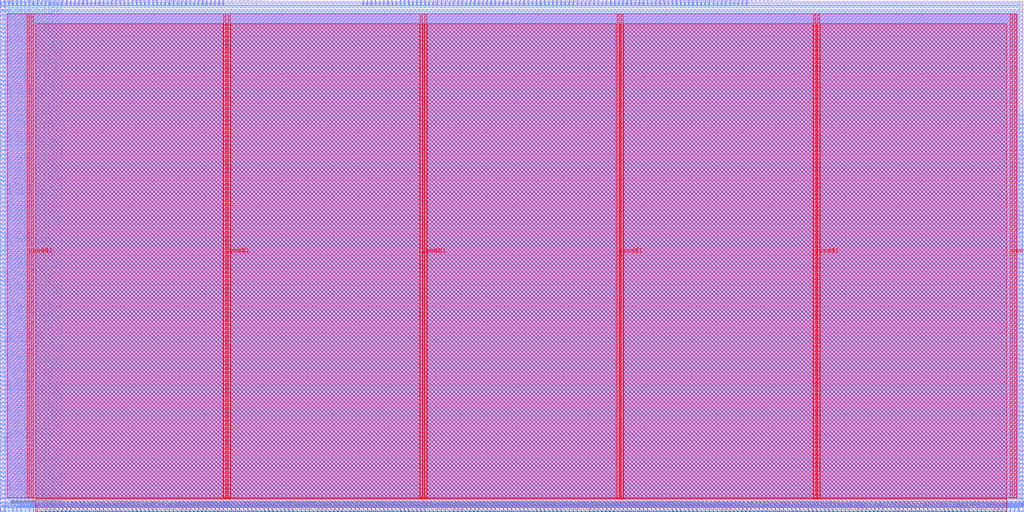
<source format=lef>
VERSION 5.7 ;
  NOWIREEXTENSIONATPIN ON ;
  DIVIDERCHAR "/" ;
  BUSBITCHARS "[]" ;
MACRO team_06_Wrapper
  CLASS BLOCK ;
  FOREIGN team_06_Wrapper ;
  ORIGIN 0.000 0.000 ;
  SIZE 800.000 BY 400.000 ;
  PIN gpio_in[0]
    DIRECTION INPUT ;
    USE SIGNAL ;
    ANTENNAGATEAREA 0.631200 ;
    ANTENNADIFFAREA 0.434700 ;
    PORT
      LAYER met2 ;
        RECT 582.910 396.000 583.190 400.000 ;
    END
  END gpio_in[0]
  PIN gpio_in[10]
    DIRECTION INPUT ;
    USE SIGNAL ;
    PORT
      LAYER met2 ;
        RECT 0.090 0.000 0.370 4.000 ;
    END
  END gpio_in[10]
  PIN gpio_in[11]
    DIRECTION INPUT ;
    USE SIGNAL ;
    PORT
      LAYER met2 ;
        RECT 3.310 0.000 3.590 4.000 ;
    END
  END gpio_in[11]
  PIN gpio_in[12]
    DIRECTION INPUT ;
    USE SIGNAL ;
    PORT
      LAYER met2 ;
        RECT 6.530 0.000 6.810 4.000 ;
    END
  END gpio_in[12]
  PIN gpio_in[13]
    DIRECTION INPUT ;
    USE SIGNAL ;
    PORT
      LAYER met2 ;
        RECT 9.750 0.000 10.030 4.000 ;
    END
  END gpio_in[13]
  PIN gpio_in[14]
    DIRECTION INPUT ;
    USE SIGNAL ;
    PORT
      LAYER met2 ;
        RECT 12.970 0.000 13.250 4.000 ;
    END
  END gpio_in[14]
  PIN gpio_in[15]
    DIRECTION INPUT ;
    USE SIGNAL ;
    PORT
      LAYER met2 ;
        RECT 16.190 0.000 16.470 4.000 ;
    END
  END gpio_in[15]
  PIN gpio_in[16]
    DIRECTION INPUT ;
    USE SIGNAL ;
    PORT
      LAYER met2 ;
        RECT 19.410 0.000 19.690 4.000 ;
    END
  END gpio_in[16]
  PIN gpio_in[17]
    DIRECTION INPUT ;
    USE SIGNAL ;
    PORT
      LAYER met2 ;
        RECT 22.630 0.000 22.910 4.000 ;
    END
  END gpio_in[17]
  PIN gpio_in[18]
    DIRECTION INPUT ;
    USE SIGNAL ;
    PORT
      LAYER met2 ;
        RECT 25.850 0.000 26.130 4.000 ;
    END
  END gpio_in[18]
  PIN gpio_in[19]
    DIRECTION INPUT ;
    USE SIGNAL ;
    PORT
      LAYER met2 ;
        RECT 29.070 0.000 29.350 4.000 ;
    END
  END gpio_in[19]
  PIN gpio_in[1]
    DIRECTION INPUT ;
    USE SIGNAL ;
    PORT
      LAYER met2 ;
        RECT 32.290 0.000 32.570 4.000 ;
    END
  END gpio_in[1]
  PIN gpio_in[20]
    DIRECTION INPUT ;
    USE SIGNAL ;
    PORT
      LAYER met2 ;
        RECT 35.510 0.000 35.790 4.000 ;
    END
  END gpio_in[20]
  PIN gpio_in[21]
    DIRECTION INPUT ;
    USE SIGNAL ;
    PORT
      LAYER met2 ;
        RECT 38.730 0.000 39.010 4.000 ;
    END
  END gpio_in[21]
  PIN gpio_in[22]
    DIRECTION INPUT ;
    USE SIGNAL ;
    PORT
      LAYER met2 ;
        RECT 41.950 0.000 42.230 4.000 ;
    END
  END gpio_in[22]
  PIN gpio_in[23]
    DIRECTION INPUT ;
    USE SIGNAL ;
    PORT
      LAYER met2 ;
        RECT 45.170 0.000 45.450 4.000 ;
    END
  END gpio_in[23]
  PIN gpio_in[24]
    DIRECTION INPUT ;
    USE SIGNAL ;
    PORT
      LAYER met2 ;
        RECT 48.390 0.000 48.670 4.000 ;
    END
  END gpio_in[24]
  PIN gpio_in[25]
    DIRECTION INPUT ;
    USE SIGNAL ;
    PORT
      LAYER met2 ;
        RECT 51.610 0.000 51.890 4.000 ;
    END
  END gpio_in[25]
  PIN gpio_in[26]
    DIRECTION INPUT ;
    USE SIGNAL ;
    PORT
      LAYER met2 ;
        RECT 54.830 0.000 55.110 4.000 ;
    END
  END gpio_in[26]
  PIN gpio_in[27]
    DIRECTION INPUT ;
    USE SIGNAL ;
    PORT
      LAYER met2 ;
        RECT 58.050 0.000 58.330 4.000 ;
    END
  END gpio_in[27]
  PIN gpio_in[28]
    DIRECTION INPUT ;
    USE SIGNAL ;
    PORT
      LAYER met2 ;
        RECT 61.270 0.000 61.550 4.000 ;
    END
  END gpio_in[28]
  PIN gpio_in[29]
    DIRECTION INPUT ;
    USE SIGNAL ;
    PORT
      LAYER met2 ;
        RECT 64.490 0.000 64.770 4.000 ;
    END
  END gpio_in[29]
  PIN gpio_in[2]
    DIRECTION INPUT ;
    USE SIGNAL ;
    PORT
      LAYER met2 ;
        RECT 67.710 0.000 67.990 4.000 ;
    END
  END gpio_in[2]
  PIN gpio_in[30]
    DIRECTION INPUT ;
    USE SIGNAL ;
    PORT
      LAYER met2 ;
        RECT 70.930 0.000 71.210 4.000 ;
    END
  END gpio_in[30]
  PIN gpio_in[31]
    DIRECTION INPUT ;
    USE SIGNAL ;
    PORT
      LAYER met2 ;
        RECT 74.150 0.000 74.430 4.000 ;
    END
  END gpio_in[31]
  PIN gpio_in[32]
    DIRECTION INPUT ;
    USE SIGNAL ;
    PORT
      LAYER met2 ;
        RECT 77.370 0.000 77.650 4.000 ;
    END
  END gpio_in[32]
  PIN gpio_in[33]
    DIRECTION INPUT ;
    USE SIGNAL ;
    PORT
      LAYER met2 ;
        RECT 80.590 0.000 80.870 4.000 ;
    END
  END gpio_in[33]
  PIN gpio_in[34]
    DIRECTION INPUT ;
    USE SIGNAL ;
    PORT
      LAYER met2 ;
        RECT 83.810 0.000 84.090 4.000 ;
    END
  END gpio_in[34]
  PIN gpio_in[35]
    DIRECTION INPUT ;
    USE SIGNAL ;
    PORT
      LAYER met2 ;
        RECT 87.030 0.000 87.310 4.000 ;
    END
  END gpio_in[35]
  PIN gpio_in[36]
    DIRECTION INPUT ;
    USE SIGNAL ;
    PORT
      LAYER met2 ;
        RECT 90.250 0.000 90.530 4.000 ;
    END
  END gpio_in[36]
  PIN gpio_in[37]
    DIRECTION INPUT ;
    USE SIGNAL ;
    PORT
      LAYER met2 ;
        RECT 93.470 0.000 93.750 4.000 ;
    END
  END gpio_in[37]
  PIN gpio_in[3]
    DIRECTION INPUT ;
    USE SIGNAL ;
    PORT
      LAYER met2 ;
        RECT 96.690 0.000 96.970 4.000 ;
    END
  END gpio_in[3]
  PIN gpio_in[4]
    DIRECTION INPUT ;
    USE SIGNAL ;
    PORT
      LAYER met2 ;
        RECT 99.910 0.000 100.190 4.000 ;
    END
  END gpio_in[4]
  PIN gpio_in[5]
    DIRECTION INPUT ;
    USE SIGNAL ;
    ANTENNAGATEAREA 0.631200 ;
    ANTENNADIFFAREA 0.434700 ;
    PORT
      LAYER met2 ;
        RECT 106.350 396.000 106.630 400.000 ;
    END
  END gpio_in[5]
  PIN gpio_in[6]
    DIRECTION INPUT ;
    USE SIGNAL ;
    ANTENNAGATEAREA 0.631200 ;
    ANTENNADIFFAREA 0.434700 ;
    PORT
      LAYER met2 ;
        RECT 90.250 396.000 90.530 400.000 ;
    END
  END gpio_in[6]
  PIN gpio_in[7]
    DIRECTION INPUT ;
    USE SIGNAL ;
    ANTENNAGATEAREA 0.631200 ;
    ANTENNADIFFAREA 0.434700 ;
    PORT
      LAYER met2 ;
        RECT 135.330 396.000 135.610 400.000 ;
    END
  END gpio_in[7]
  PIN gpio_in[8]
    DIRECTION INPUT ;
    USE SIGNAL ;
    ANTENNAGATEAREA 0.631200 ;
    ANTENNADIFFAREA 0.434700 ;
    PORT
      LAYER met2 ;
        RECT 83.810 396.000 84.090 400.000 ;
    END
  END gpio_in[8]
  PIN gpio_in[9]
    DIRECTION INPUT ;
    USE SIGNAL ;
    ANTENNAGATEAREA 0.631200 ;
    ANTENNADIFFAREA 0.434700 ;
    PORT
      LAYER met2 ;
        RECT 151.430 396.000 151.710 400.000 ;
    END
  END gpio_in[9]
  PIN gpio_oeb[0]
    DIRECTION OUTPUT ;
    USE SIGNAL ;
    ANTENNADIFFAREA 0.445500 ;
    PORT
      LAYER met2 ;
        RECT 750.350 0.000 750.630 4.000 ;
    END
  END gpio_oeb[0]
  PIN gpio_oeb[10]
    DIRECTION OUTPUT ;
    USE SIGNAL ;
    ANTENNADIFFAREA 0.445500 ;
    PORT
      LAYER met2 ;
        RECT 573.250 396.000 573.530 400.000 ;
    END
  END gpio_oeb[10]
  PIN gpio_oeb[11]
    DIRECTION OUTPUT ;
    USE SIGNAL ;
    ANTENNADIFFAREA 0.445500 ;
    PORT
      LAYER met2 ;
        RECT 495.970 396.000 496.250 400.000 ;
    END
  END gpio_oeb[11]
  PIN gpio_oeb[12]
    DIRECTION OUTPUT ;
    USE SIGNAL ;
    ANTENNADIFFAREA 0.445500 ;
    PORT
      LAYER met2 ;
        RECT 486.310 396.000 486.590 400.000 ;
    END
  END gpio_oeb[12]
  PIN gpio_oeb[13]
    DIRECTION OUTPUT ;
    USE SIGNAL ;
    ANTENNADIFFAREA 0.445500 ;
    PORT
      LAYER met2 ;
        RECT 576.470 396.000 576.750 400.000 ;
    END
  END gpio_oeb[13]
  PIN gpio_oeb[14]
    DIRECTION OUTPUT ;
    USE SIGNAL ;
    ANTENNADIFFAREA 0.445500 ;
    PORT
      LAYER met2 ;
        RECT 579.690 396.000 579.970 400.000 ;
    END
  END gpio_oeb[14]
  PIN gpio_oeb[15]
    DIRECTION OUTPUT ;
    USE SIGNAL ;
    ANTENNADIFFAREA 0.445500 ;
    PORT
      LAYER met2 ;
        RECT 499.190 396.000 499.470 400.000 ;
    END
  END gpio_oeb[15]
  PIN gpio_oeb[16]
    DIRECTION OUTPUT ;
    USE SIGNAL ;
    ANTENNADIFFAREA 0.445500 ;
    PORT
      LAYER met2 ;
        RECT 483.090 396.000 483.370 400.000 ;
    END
  END gpio_oeb[16]
  PIN gpio_oeb[17]
    DIRECTION OUTPUT ;
    USE SIGNAL ;
    ANTENNADIFFAREA 0.445500 ;
    PORT
      LAYER met2 ;
        RECT 544.270 396.000 544.550 400.000 ;
    END
  END gpio_oeb[17]
  PIN gpio_oeb[18]
    DIRECTION OUTPUT ;
    USE SIGNAL ;
    ANTENNADIFFAREA 0.445500 ;
    PORT
      LAYER met2 ;
        RECT 489.530 396.000 489.810 400.000 ;
    END
  END gpio_oeb[18]
  PIN gpio_oeb[19]
    DIRECTION OUTPUT ;
    USE SIGNAL ;
    ANTENNADIFFAREA 0.445500 ;
    PORT
      LAYER met2 ;
        RECT 537.830 396.000 538.110 400.000 ;
    END
  END gpio_oeb[19]
  PIN gpio_oeb[1]
    DIRECTION OUTPUT ;
    USE SIGNAL ;
    ANTENNADIFFAREA 0.445500 ;
    PORT
      LAYER met2 ;
        RECT 760.010 0.000 760.290 4.000 ;
    END
  END gpio_oeb[1]
  PIN gpio_oeb[20]
    DIRECTION OUTPUT ;
    USE SIGNAL ;
    ANTENNADIFFAREA 0.445500 ;
    PORT
      LAYER met2 ;
        RECT 570.030 396.000 570.310 400.000 ;
    END
  END gpio_oeb[20]
  PIN gpio_oeb[21]
    DIRECTION OUTPUT ;
    USE SIGNAL ;
    ANTENNADIFFAREA 0.445500 ;
    PORT
      LAYER met2 ;
        RECT 560.370 396.000 560.650 400.000 ;
    END
  END gpio_oeb[21]
  PIN gpio_oeb[22]
    DIRECTION OUTPUT ;
    USE SIGNAL ;
    ANTENNADIFFAREA 0.445500 ;
    PORT
      LAYER met2 ;
        RECT 566.810 396.000 567.090 400.000 ;
    END
  END gpio_oeb[22]
  PIN gpio_oeb[23]
    DIRECTION OUTPUT ;
    USE SIGNAL ;
    ANTENNADIFFAREA 0.445500 ;
    PORT
      LAYER met2 ;
        RECT 479.870 396.000 480.150 400.000 ;
    END
  END gpio_oeb[23]
  PIN gpio_oeb[24]
    DIRECTION OUTPUT ;
    USE SIGNAL ;
    ANTENNADIFFAREA 0.445500 ;
    PORT
      LAYER met2 ;
        RECT 534.610 396.000 534.890 400.000 ;
    END
  END gpio_oeb[24]
  PIN gpio_oeb[25]
    DIRECTION OUTPUT ;
    USE SIGNAL ;
    ANTENNADIFFAREA 0.445500 ;
    PORT
      LAYER met2 ;
        RECT 547.490 396.000 547.770 400.000 ;
    END
  END gpio_oeb[25]
  PIN gpio_oeb[26]
    DIRECTION OUTPUT ;
    USE SIGNAL ;
    ANTENNADIFFAREA 0.445500 ;
    PORT
      LAYER met2 ;
        RECT 541.050 396.000 541.330 400.000 ;
    END
  END gpio_oeb[26]
  PIN gpio_oeb[27]
    DIRECTION OUTPUT ;
    USE SIGNAL ;
    ANTENNADIFFAREA 0.445500 ;
    PORT
      LAYER met2 ;
        RECT 563.590 396.000 563.870 400.000 ;
    END
  END gpio_oeb[27]
  PIN gpio_oeb[28]
    DIRECTION OUTPUT ;
    USE SIGNAL ;
    ANTENNADIFFAREA 0.445500 ;
    PORT
      LAYER met2 ;
        RECT 550.710 396.000 550.990 400.000 ;
    END
  END gpio_oeb[28]
  PIN gpio_oeb[29]
    DIRECTION OUTPUT ;
    USE SIGNAL ;
    ANTENNADIFFAREA 0.445500 ;
    PORT
      LAYER met2 ;
        RECT 553.930 396.000 554.210 400.000 ;
    END
  END gpio_oeb[29]
  PIN gpio_oeb[2]
    DIRECTION OUTPUT ;
    USE SIGNAL ;
    ANTENNADIFFAREA 0.445500 ;
    PORT
      LAYER met2 ;
        RECT 763.230 0.000 763.510 4.000 ;
    END
  END gpio_oeb[2]
  PIN gpio_oeb[30]
    DIRECTION OUTPUT ;
    USE SIGNAL ;
    ANTENNADIFFAREA 0.445500 ;
    PORT
      LAYER met2 ;
        RECT 557.150 396.000 557.430 400.000 ;
    END
  END gpio_oeb[30]
  PIN gpio_oeb[31]
    DIRECTION OUTPUT ;
    USE SIGNAL ;
    ANTENNADIFFAREA 0.445500 ;
    PORT
      LAYER met2 ;
        RECT 518.510 396.000 518.790 400.000 ;
    END
  END gpio_oeb[31]
  PIN gpio_oeb[32]
    DIRECTION OUTPUT ;
    USE SIGNAL ;
    ANTENNADIFFAREA 0.445500 ;
    PORT
      LAYER met2 ;
        RECT 795.430 0.000 795.710 4.000 ;
    END
  END gpio_oeb[32]
  PIN gpio_oeb[33]
    DIRECTION OUTPUT ;
    USE SIGNAL ;
    ANTENNADIFFAREA 0.445500 ;
    PORT
      LAYER met2 ;
        RECT 798.650 0.000 798.930 4.000 ;
    END
  END gpio_oeb[33]
  PIN gpio_oeb[34]
    DIRECTION OUTPUT ;
    USE SIGNAL ;
    ANTENNADIFFAREA 0.445500 ;
    PORT
      LAYER met2 ;
        RECT 776.110 0.000 776.390 4.000 ;
    END
  END gpio_oeb[34]
  PIN gpio_oeb[35]
    DIRECTION OUTPUT ;
    USE SIGNAL ;
    ANTENNADIFFAREA 0.445500 ;
    PORT
      LAYER met2 ;
        RECT 792.210 0.000 792.490 4.000 ;
    END
  END gpio_oeb[35]
  PIN gpio_oeb[36]
    DIRECTION OUTPUT ;
    USE SIGNAL ;
    ANTENNADIFFAREA 0.445500 ;
    PORT
      LAYER met2 ;
        RECT 769.670 0.000 769.950 4.000 ;
    END
  END gpio_oeb[36]
  PIN gpio_oeb[37]
    DIRECTION OUTPUT ;
    USE SIGNAL ;
    ANTENNADIFFAREA 0.445500 ;
    PORT
      LAYER met2 ;
        RECT 756.790 0.000 757.070 4.000 ;
    END
  END gpio_oeb[37]
  PIN gpio_oeb[3]
    DIRECTION OUTPUT ;
    USE SIGNAL ;
    ANTENNADIFFAREA 0.445500 ;
    PORT
      LAYER met2 ;
        RECT 788.990 0.000 789.270 4.000 ;
    END
  END gpio_oeb[3]
  PIN gpio_oeb[4]
    DIRECTION OUTPUT ;
    USE SIGNAL ;
    ANTENNADIFFAREA 0.445500 ;
    PORT
      LAYER met2 ;
        RECT 753.570 0.000 753.850 4.000 ;
    END
  END gpio_oeb[4]
  PIN gpio_oeb[5]
    DIRECTION OUTPUT ;
    USE SIGNAL ;
    ANTENNADIFFAREA 0.445500 ;
    PORT
      LAYER met2 ;
        RECT 766.450 0.000 766.730 4.000 ;
    END
  END gpio_oeb[5]
  PIN gpio_oeb[6]
    DIRECTION OUTPUT ;
    USE SIGNAL ;
    ANTENNADIFFAREA 0.445500 ;
    PORT
      LAYER met2 ;
        RECT 785.770 0.000 786.050 4.000 ;
    END
  END gpio_oeb[6]
  PIN gpio_oeb[7]
    DIRECTION OUTPUT ;
    USE SIGNAL ;
    ANTENNADIFFAREA 0.445500 ;
    PORT
      LAYER met2 ;
        RECT 782.550 0.000 782.830 4.000 ;
    END
  END gpio_oeb[7]
  PIN gpio_oeb[8]
    DIRECTION OUTPUT ;
    USE SIGNAL ;
    ANTENNADIFFAREA 0.445500 ;
    PORT
      LAYER met2 ;
        RECT 779.330 0.000 779.610 4.000 ;
    END
  END gpio_oeb[8]
  PIN gpio_oeb[9]
    DIRECTION OUTPUT ;
    USE SIGNAL ;
    ANTENNADIFFAREA 0.445500 ;
    PORT
      LAYER met2 ;
        RECT 772.890 0.000 773.170 4.000 ;
    END
  END gpio_oeb[9]
  PIN gpio_out[0]
    DIRECTION OUTPUT ;
    USE SIGNAL ;
    ANTENNADIFFAREA 0.445500 ;
    PORT
      LAYER met2 ;
        RECT 80.590 396.000 80.870 400.000 ;
    END
  END gpio_out[0]
  PIN gpio_out[10]
    DIRECTION OUTPUT ;
    USE SIGNAL ;
    ANTENNADIFFAREA 0.445500 ;
    PORT
      LAYER met2 ;
        RECT 508.850 396.000 509.130 400.000 ;
    END
  END gpio_out[10]
  PIN gpio_out[11]
    DIRECTION OUTPUT ;
    USE SIGNAL ;
    ANTENNADIFFAREA 0.445500 ;
    PORT
      LAYER met2 ;
        RECT 512.070 396.000 512.350 400.000 ;
    END
  END gpio_out[11]
  PIN gpio_out[12]
    DIRECTION OUTPUT ;
    USE SIGNAL ;
    ANTENNADIFFAREA 0.445500 ;
    PORT
      LAYER met2 ;
        RECT 515.290 396.000 515.570 400.000 ;
    END
  END gpio_out[12]
  PIN gpio_out[13]
    DIRECTION OUTPUT ;
    USE SIGNAL ;
    ANTENNADIFFAREA 0.445500 ;
    PORT
      LAYER met2 ;
        RECT 528.170 396.000 528.450 400.000 ;
    END
  END gpio_out[13]
  PIN gpio_out[14]
    DIRECTION OUTPUT ;
    USE SIGNAL ;
    ANTENNADIFFAREA 0.445500 ;
    PORT
      LAYER met2 ;
        RECT 531.390 396.000 531.670 400.000 ;
    END
  END gpio_out[14]
  PIN gpio_out[15]
    DIRECTION OUTPUT ;
    USE SIGNAL ;
    ANTENNADIFFAREA 0.445500 ;
    PORT
      LAYER met2 ;
        RECT 502.410 396.000 502.690 400.000 ;
    END
  END gpio_out[15]
  PIN gpio_out[16]
    DIRECTION OUTPUT ;
    USE SIGNAL ;
    ANTENNADIFFAREA 0.445500 ;
    PORT
      LAYER met2 ;
        RECT 492.750 396.000 493.030 400.000 ;
    END
  END gpio_out[16]
  PIN gpio_out[17]
    DIRECTION OUTPUT ;
    USE SIGNAL ;
    ANTENNADIFFAREA 0.445500 ;
    PORT
      LAYER met2 ;
        RECT 505.630 396.000 505.910 400.000 ;
    END
  END gpio_out[17]
  PIN gpio_out[18]
    DIRECTION OUTPUT ;
    USE SIGNAL ;
    ANTENNADIFFAREA 0.445500 ;
    PORT
      LAYER met2 ;
        RECT 524.950 396.000 525.230 400.000 ;
    END
  END gpio_out[18]
  PIN gpio_out[19]
    DIRECTION OUTPUT ;
    USE SIGNAL ;
    ANTENNADIFFAREA 0.445500 ;
    PORT
      LAYER met2 ;
        RECT 521.730 396.000 522.010 400.000 ;
    END
  END gpio_out[19]
  PIN gpio_out[1]
    DIRECTION OUTPUT ;
    USE SIGNAL ;
    ANTENNADIFFAREA 0.445500 ;
    PORT
      LAYER met2 ;
        RECT 109.570 396.000 109.850 400.000 ;
    END
  END gpio_out[1]
  PIN gpio_out[20]
    DIRECTION OUTPUT ;
    USE SIGNAL ;
    ANTENNADIFFAREA 0.445500 ;
    PORT
      LAYER met3 ;
        RECT 0.000 54.440 4.000 55.040 ;
    END
  END gpio_out[20]
  PIN gpio_out[21]
    DIRECTION OUTPUT ;
    USE SIGNAL ;
    ANTENNADIFFAREA 0.445500 ;
    PORT
      LAYER met3 ;
        RECT 0.000 47.640 4.000 48.240 ;
    END
  END gpio_out[21]
  PIN gpio_out[22]
    DIRECTION OUTPUT ;
    USE SIGNAL ;
    ANTENNADIFFAREA 0.445500 ;
    PORT
      LAYER met3 ;
        RECT 0.000 149.640 4.000 150.240 ;
    END
  END gpio_out[22]
  PIN gpio_out[23]
    DIRECTION OUTPUT ;
    USE SIGNAL ;
    ANTENNADIFFAREA 0.445500 ;
    PORT
      LAYER met2 ;
        RECT 64.490 396.000 64.770 400.000 ;
    END
  END gpio_out[23]
  PIN gpio_out[24]
    DIRECTION OUTPUT ;
    USE SIGNAL ;
    ANTENNADIFFAREA 0.445500 ;
    PORT
      LAYER met3 ;
        RECT 0.000 51.040 4.000 51.640 ;
    END
  END gpio_out[24]
  PIN gpio_out[25]
    DIRECTION OUTPUT ;
    USE SIGNAL ;
    ANTENNADIFFAREA 0.445500 ;
    PORT
      LAYER met3 ;
        RECT 0.000 142.840 4.000 143.440 ;
    END
  END gpio_out[25]
  PIN gpio_out[26]
    DIRECTION OUTPUT ;
    USE SIGNAL ;
    ANTENNADIFFAREA 0.445500 ;
    PORT
      LAYER met3 ;
        RECT 0.000 102.040 4.000 102.640 ;
    END
  END gpio_out[26]
  PIN gpio_out[27]
    DIRECTION OUTPUT ;
    USE SIGNAL ;
    ANTENNADIFFAREA 0.445500 ;
    PORT
      LAYER met3 ;
        RECT 0.000 176.840 4.000 177.440 ;
    END
  END gpio_out[27]
  PIN gpio_out[28]
    DIRECTION OUTPUT ;
    USE SIGNAL ;
    ANTENNADIFFAREA 0.445500 ;
    PORT
      LAYER met3 ;
        RECT 0.000 159.840 4.000 160.440 ;
    END
  END gpio_out[28]
  PIN gpio_out[29]
    DIRECTION OUTPUT ;
    USE SIGNAL ;
    ANTENNADIFFAREA 0.445500 ;
    PORT
      LAYER met3 ;
        RECT 0.000 204.040 4.000 204.640 ;
    END
  END gpio_out[29]
  PIN gpio_out[2]
    DIRECTION OUTPUT ;
    USE SIGNAL ;
    ANTENNADIFFAREA 0.445500 ;
    PORT
      LAYER met2 ;
        RECT 61.270 396.000 61.550 400.000 ;
    END
  END gpio_out[2]
  PIN gpio_out[30]
    DIRECTION OUTPUT ;
    USE SIGNAL ;
    ANTENNADIFFAREA 0.445500 ;
    PORT
      LAYER met3 ;
        RECT 0.000 119.040 4.000 119.640 ;
    END
  END gpio_out[30]
  PIN gpio_out[31]
    DIRECTION OUTPUT ;
    USE SIGNAL ;
    ANTENNADIFFAREA 0.445500 ;
    PORT
      LAYER met3 ;
        RECT 0.000 183.640 4.000 184.240 ;
    END
  END gpio_out[31]
  PIN gpio_out[32]
    DIRECTION OUTPUT ;
    USE SIGNAL ;
    ANTENNADIFFAREA 0.445500 ;
    PORT
      LAYER met3 ;
        RECT 0.000 210.840 4.000 211.440 ;
    END
  END gpio_out[32]
  PIN gpio_out[33]
    DIRECTION OUTPUT ;
    USE SIGNAL ;
    ANTENNADIFFAREA 0.445500 ;
    PORT
      LAYER met2 ;
        RECT 103.130 396.000 103.410 400.000 ;
    END
  END gpio_out[33]
  PIN gpio_out[34]
    DIRECTION OUTPUT ;
    USE SIGNAL ;
    ANTENNADIFFAREA 0.445500 ;
    PORT
      LAYER met2 ;
        RECT 35.510 396.000 35.790 400.000 ;
    END
  END gpio_out[34]
  PIN gpio_out[35]
    DIRECTION OUTPUT ;
    USE SIGNAL ;
    ANTENNADIFFAREA 0.445500 ;
    PORT
      LAYER met2 ;
        RECT 112.790 396.000 113.070 400.000 ;
    END
  END gpio_out[35]
  PIN gpio_out[36]
    DIRECTION OUTPUT ;
    USE SIGNAL ;
    ANTENNADIFFAREA 0.445500 ;
    PORT
      LAYER met2 ;
        RECT 128.890 396.000 129.170 400.000 ;
    END
  END gpio_out[36]
  PIN gpio_out[37]
    DIRECTION OUTPUT ;
    USE SIGNAL ;
    ANTENNADIFFAREA 0.445500 ;
    PORT
      LAYER met2 ;
        RECT 6.530 396.000 6.810 400.000 ;
    END
  END gpio_out[37]
  PIN gpio_out[3]
    DIRECTION OUTPUT ;
    USE SIGNAL ;
    ANTENNADIFFAREA 0.445500 ;
    PORT
      LAYER met2 ;
        RECT 132.110 396.000 132.390 400.000 ;
    END
  END gpio_out[3]
  PIN gpio_out[4]
    DIRECTION OUTPUT ;
    USE SIGNAL ;
    ANTENNADIFFAREA 0.445500 ;
    PORT
      LAYER met2 ;
        RECT 154.650 396.000 154.930 400.000 ;
    END
  END gpio_out[4]
  PIN gpio_out[5]
    DIRECTION OUTPUT ;
    USE SIGNAL ;
    ANTENNADIFFAREA 0.445500 ;
    PORT
      LAYER met2 ;
        RECT 19.410 396.000 19.690 400.000 ;
    END
  END gpio_out[5]
  PIN gpio_out[6]
    DIRECTION OUTPUT ;
    USE SIGNAL ;
    ANTENNADIFFAREA 0.445500 ;
    PORT
      LAYER met2 ;
        RECT 3.310 396.000 3.590 400.000 ;
    END
  END gpio_out[6]
  PIN gpio_out[7]
    DIRECTION OUTPUT ;
    USE SIGNAL ;
    ANTENNADIFFAREA 0.445500 ;
    PORT
      LAYER met2 ;
        RECT 119.230 396.000 119.510 400.000 ;
    END
  END gpio_out[7]
  PIN gpio_out[8]
    DIRECTION OUTPUT ;
    USE SIGNAL ;
    ANTENNADIFFAREA 0.445500 ;
    PORT
      LAYER met2 ;
        RECT 93.470 396.000 93.750 400.000 ;
    END
  END gpio_out[8]
  PIN gpio_out[9]
    DIRECTION OUTPUT ;
    USE SIGNAL ;
    ANTENNADIFFAREA 0.445500 ;
    PORT
      LAYER met2 ;
        RECT 87.030 396.000 87.310 400.000 ;
    END
  END gpio_out[9]
  PIN irq[0]
    DIRECTION OUTPUT ;
    USE SIGNAL ;
    ANTENNADIFFAREA 0.445500 ;
    PORT
      LAYER met2 ;
        RECT 12.970 396.000 13.250 400.000 ;
    END
  END irq[0]
  PIN irq[1]
    DIRECTION OUTPUT ;
    USE SIGNAL ;
    ANTENNADIFFAREA 0.445500 ;
    PORT
      LAYER met2 ;
        RECT 125.670 396.000 125.950 400.000 ;
    END
  END irq[1]
  PIN irq[2]
    DIRECTION OUTPUT ;
    USE SIGNAL ;
    ANTENNADIFFAREA 0.445500 ;
    PORT
      LAYER met2 ;
        RECT 99.910 396.000 100.190 400.000 ;
    END
  END irq[2]
  PIN la_data_in[0]
    DIRECTION INPUT ;
    USE SIGNAL ;
    PORT
      LAYER met2 ;
        RECT 103.130 0.000 103.410 4.000 ;
    END
  END la_data_in[0]
  PIN la_data_in[100]
    DIRECTION INPUT ;
    USE SIGNAL ;
    PORT
      LAYER met2 ;
        RECT 106.350 0.000 106.630 4.000 ;
    END
  END la_data_in[100]
  PIN la_data_in[101]
    DIRECTION INPUT ;
    USE SIGNAL ;
    PORT
      LAYER met2 ;
        RECT 109.570 0.000 109.850 4.000 ;
    END
  END la_data_in[101]
  PIN la_data_in[102]
    DIRECTION INPUT ;
    USE SIGNAL ;
    PORT
      LAYER met2 ;
        RECT 112.790 0.000 113.070 4.000 ;
    END
  END la_data_in[102]
  PIN la_data_in[103]
    DIRECTION INPUT ;
    USE SIGNAL ;
    PORT
      LAYER met2 ;
        RECT 116.010 0.000 116.290 4.000 ;
    END
  END la_data_in[103]
  PIN la_data_in[104]
    DIRECTION INPUT ;
    USE SIGNAL ;
    PORT
      LAYER met2 ;
        RECT 119.230 0.000 119.510 4.000 ;
    END
  END la_data_in[104]
  PIN la_data_in[105]
    DIRECTION INPUT ;
    USE SIGNAL ;
    PORT
      LAYER met2 ;
        RECT 122.450 0.000 122.730 4.000 ;
    END
  END la_data_in[105]
  PIN la_data_in[106]
    DIRECTION INPUT ;
    USE SIGNAL ;
    PORT
      LAYER met2 ;
        RECT 125.670 0.000 125.950 4.000 ;
    END
  END la_data_in[106]
  PIN la_data_in[107]
    DIRECTION INPUT ;
    USE SIGNAL ;
    PORT
      LAYER met2 ;
        RECT 128.890 0.000 129.170 4.000 ;
    END
  END la_data_in[107]
  PIN la_data_in[108]
    DIRECTION INPUT ;
    USE SIGNAL ;
    PORT
      LAYER met2 ;
        RECT 132.110 0.000 132.390 4.000 ;
    END
  END la_data_in[108]
  PIN la_data_in[109]
    DIRECTION INPUT ;
    USE SIGNAL ;
    PORT
      LAYER met2 ;
        RECT 135.330 0.000 135.610 4.000 ;
    END
  END la_data_in[109]
  PIN la_data_in[10]
    DIRECTION INPUT ;
    USE SIGNAL ;
    PORT
      LAYER met2 ;
        RECT 138.550 0.000 138.830 4.000 ;
    END
  END la_data_in[10]
  PIN la_data_in[110]
    DIRECTION INPUT ;
    USE SIGNAL ;
    PORT
      LAYER met2 ;
        RECT 141.770 0.000 142.050 4.000 ;
    END
  END la_data_in[110]
  PIN la_data_in[111]
    DIRECTION INPUT ;
    USE SIGNAL ;
    PORT
      LAYER met2 ;
        RECT 144.990 0.000 145.270 4.000 ;
    END
  END la_data_in[111]
  PIN la_data_in[112]
    DIRECTION INPUT ;
    USE SIGNAL ;
    PORT
      LAYER met2 ;
        RECT 148.210 0.000 148.490 4.000 ;
    END
  END la_data_in[112]
  PIN la_data_in[113]
    DIRECTION INPUT ;
    USE SIGNAL ;
    PORT
      LAYER met2 ;
        RECT 151.430 0.000 151.710 4.000 ;
    END
  END la_data_in[113]
  PIN la_data_in[114]
    DIRECTION INPUT ;
    USE SIGNAL ;
    PORT
      LAYER met2 ;
        RECT 154.650 0.000 154.930 4.000 ;
    END
  END la_data_in[114]
  PIN la_data_in[115]
    DIRECTION INPUT ;
    USE SIGNAL ;
    PORT
      LAYER met2 ;
        RECT 157.870 0.000 158.150 4.000 ;
    END
  END la_data_in[115]
  PIN la_data_in[116]
    DIRECTION INPUT ;
    USE SIGNAL ;
    PORT
      LAYER met2 ;
        RECT 161.090 0.000 161.370 4.000 ;
    END
  END la_data_in[116]
  PIN la_data_in[117]
    DIRECTION INPUT ;
    USE SIGNAL ;
    PORT
      LAYER met2 ;
        RECT 164.310 0.000 164.590 4.000 ;
    END
  END la_data_in[117]
  PIN la_data_in[118]
    DIRECTION INPUT ;
    USE SIGNAL ;
    PORT
      LAYER met2 ;
        RECT 167.530 0.000 167.810 4.000 ;
    END
  END la_data_in[118]
  PIN la_data_in[119]
    DIRECTION INPUT ;
    USE SIGNAL ;
    PORT
      LAYER met2 ;
        RECT 170.750 0.000 171.030 4.000 ;
    END
  END la_data_in[119]
  PIN la_data_in[11]
    DIRECTION INPUT ;
    USE SIGNAL ;
    PORT
      LAYER met2 ;
        RECT 173.970 0.000 174.250 4.000 ;
    END
  END la_data_in[11]
  PIN la_data_in[120]
    DIRECTION INPUT ;
    USE SIGNAL ;
    PORT
      LAYER met2 ;
        RECT 177.190 0.000 177.470 4.000 ;
    END
  END la_data_in[120]
  PIN la_data_in[121]
    DIRECTION INPUT ;
    USE SIGNAL ;
    PORT
      LAYER met2 ;
        RECT 180.410 0.000 180.690 4.000 ;
    END
  END la_data_in[121]
  PIN la_data_in[122]
    DIRECTION INPUT ;
    USE SIGNAL ;
    PORT
      LAYER met2 ;
        RECT 183.630 0.000 183.910 4.000 ;
    END
  END la_data_in[122]
  PIN la_data_in[123]
    DIRECTION INPUT ;
    USE SIGNAL ;
    PORT
      LAYER met2 ;
        RECT 186.850 0.000 187.130 4.000 ;
    END
  END la_data_in[123]
  PIN la_data_in[124]
    DIRECTION INPUT ;
    USE SIGNAL ;
    PORT
      LAYER met2 ;
        RECT 190.070 0.000 190.350 4.000 ;
    END
  END la_data_in[124]
  PIN la_data_in[125]
    DIRECTION INPUT ;
    USE SIGNAL ;
    PORT
      LAYER met2 ;
        RECT 193.290 0.000 193.570 4.000 ;
    END
  END la_data_in[125]
  PIN la_data_in[126]
    DIRECTION INPUT ;
    USE SIGNAL ;
    PORT
      LAYER met2 ;
        RECT 196.510 0.000 196.790 4.000 ;
    END
  END la_data_in[126]
  PIN la_data_in[127]
    DIRECTION INPUT ;
    USE SIGNAL ;
    PORT
      LAYER met2 ;
        RECT 199.730 0.000 200.010 4.000 ;
    END
  END la_data_in[127]
  PIN la_data_in[12]
    DIRECTION INPUT ;
    USE SIGNAL ;
    PORT
      LAYER met2 ;
        RECT 202.950 0.000 203.230 4.000 ;
    END
  END la_data_in[12]
  PIN la_data_in[13]
    DIRECTION INPUT ;
    USE SIGNAL ;
    PORT
      LAYER met2 ;
        RECT 206.170 0.000 206.450 4.000 ;
    END
  END la_data_in[13]
  PIN la_data_in[14]
    DIRECTION INPUT ;
    USE SIGNAL ;
    PORT
      LAYER met2 ;
        RECT 209.390 0.000 209.670 4.000 ;
    END
  END la_data_in[14]
  PIN la_data_in[15]
    DIRECTION INPUT ;
    USE SIGNAL ;
    PORT
      LAYER met2 ;
        RECT 212.610 0.000 212.890 4.000 ;
    END
  END la_data_in[15]
  PIN la_data_in[16]
    DIRECTION INPUT ;
    USE SIGNAL ;
    PORT
      LAYER met2 ;
        RECT 215.830 0.000 216.110 4.000 ;
    END
  END la_data_in[16]
  PIN la_data_in[17]
    DIRECTION INPUT ;
    USE SIGNAL ;
    PORT
      LAYER met2 ;
        RECT 219.050 0.000 219.330 4.000 ;
    END
  END la_data_in[17]
  PIN la_data_in[18]
    DIRECTION INPUT ;
    USE SIGNAL ;
    PORT
      LAYER met2 ;
        RECT 222.270 0.000 222.550 4.000 ;
    END
  END la_data_in[18]
  PIN la_data_in[19]
    DIRECTION INPUT ;
    USE SIGNAL ;
    PORT
      LAYER met2 ;
        RECT 225.490 0.000 225.770 4.000 ;
    END
  END la_data_in[19]
  PIN la_data_in[1]
    DIRECTION INPUT ;
    USE SIGNAL ;
    PORT
      LAYER met2 ;
        RECT 228.710 0.000 228.990 4.000 ;
    END
  END la_data_in[1]
  PIN la_data_in[20]
    DIRECTION INPUT ;
    USE SIGNAL ;
    PORT
      LAYER met2 ;
        RECT 231.930 0.000 232.210 4.000 ;
    END
  END la_data_in[20]
  PIN la_data_in[21]
    DIRECTION INPUT ;
    USE SIGNAL ;
    PORT
      LAYER met2 ;
        RECT 235.150 0.000 235.430 4.000 ;
    END
  END la_data_in[21]
  PIN la_data_in[22]
    DIRECTION INPUT ;
    USE SIGNAL ;
    PORT
      LAYER met2 ;
        RECT 238.370 0.000 238.650 4.000 ;
    END
  END la_data_in[22]
  PIN la_data_in[23]
    DIRECTION INPUT ;
    USE SIGNAL ;
    PORT
      LAYER met2 ;
        RECT 241.590 0.000 241.870 4.000 ;
    END
  END la_data_in[23]
  PIN la_data_in[24]
    DIRECTION INPUT ;
    USE SIGNAL ;
    PORT
      LAYER met2 ;
        RECT 244.810 0.000 245.090 4.000 ;
    END
  END la_data_in[24]
  PIN la_data_in[25]
    DIRECTION INPUT ;
    USE SIGNAL ;
    PORT
      LAYER met2 ;
        RECT 248.030 0.000 248.310 4.000 ;
    END
  END la_data_in[25]
  PIN la_data_in[26]
    DIRECTION INPUT ;
    USE SIGNAL ;
    PORT
      LAYER met2 ;
        RECT 251.250 0.000 251.530 4.000 ;
    END
  END la_data_in[26]
  PIN la_data_in[27]
    DIRECTION INPUT ;
    USE SIGNAL ;
    PORT
      LAYER met2 ;
        RECT 254.470 0.000 254.750 4.000 ;
    END
  END la_data_in[27]
  PIN la_data_in[28]
    DIRECTION INPUT ;
    USE SIGNAL ;
    PORT
      LAYER met2 ;
        RECT 257.690 0.000 257.970 4.000 ;
    END
  END la_data_in[28]
  PIN la_data_in[29]
    DIRECTION INPUT ;
    USE SIGNAL ;
    PORT
      LAYER met2 ;
        RECT 260.910 0.000 261.190 4.000 ;
    END
  END la_data_in[29]
  PIN la_data_in[2]
    DIRECTION INPUT ;
    USE SIGNAL ;
    PORT
      LAYER met2 ;
        RECT 264.130 0.000 264.410 4.000 ;
    END
  END la_data_in[2]
  PIN la_data_in[30]
    DIRECTION INPUT ;
    USE SIGNAL ;
    PORT
      LAYER met2 ;
        RECT 267.350 0.000 267.630 4.000 ;
    END
  END la_data_in[30]
  PIN la_data_in[31]
    DIRECTION INPUT ;
    USE SIGNAL ;
    PORT
      LAYER met2 ;
        RECT 270.570 0.000 270.850 4.000 ;
    END
  END la_data_in[31]
  PIN la_data_in[32]
    DIRECTION INPUT ;
    USE SIGNAL ;
    PORT
      LAYER met2 ;
        RECT 273.790 0.000 274.070 4.000 ;
    END
  END la_data_in[32]
  PIN la_data_in[33]
    DIRECTION INPUT ;
    USE SIGNAL ;
    PORT
      LAYER met2 ;
        RECT 277.010 0.000 277.290 4.000 ;
    END
  END la_data_in[33]
  PIN la_data_in[34]
    DIRECTION INPUT ;
    USE SIGNAL ;
    PORT
      LAYER met2 ;
        RECT 280.230 0.000 280.510 4.000 ;
    END
  END la_data_in[34]
  PIN la_data_in[35]
    DIRECTION INPUT ;
    USE SIGNAL ;
    PORT
      LAYER met2 ;
        RECT 283.450 0.000 283.730 4.000 ;
    END
  END la_data_in[35]
  PIN la_data_in[36]
    DIRECTION INPUT ;
    USE SIGNAL ;
    PORT
      LAYER met2 ;
        RECT 286.670 0.000 286.950 4.000 ;
    END
  END la_data_in[36]
  PIN la_data_in[37]
    DIRECTION INPUT ;
    USE SIGNAL ;
    PORT
      LAYER met2 ;
        RECT 289.890 0.000 290.170 4.000 ;
    END
  END la_data_in[37]
  PIN la_data_in[38]
    DIRECTION INPUT ;
    USE SIGNAL ;
    PORT
      LAYER met2 ;
        RECT 293.110 0.000 293.390 4.000 ;
    END
  END la_data_in[38]
  PIN la_data_in[39]
    DIRECTION INPUT ;
    USE SIGNAL ;
    PORT
      LAYER met2 ;
        RECT 296.330 0.000 296.610 4.000 ;
    END
  END la_data_in[39]
  PIN la_data_in[3]
    DIRECTION INPUT ;
    USE SIGNAL ;
    PORT
      LAYER met2 ;
        RECT 299.550 0.000 299.830 4.000 ;
    END
  END la_data_in[3]
  PIN la_data_in[40]
    DIRECTION INPUT ;
    USE SIGNAL ;
    PORT
      LAYER met2 ;
        RECT 302.770 0.000 303.050 4.000 ;
    END
  END la_data_in[40]
  PIN la_data_in[41]
    DIRECTION INPUT ;
    USE SIGNAL ;
    PORT
      LAYER met2 ;
        RECT 305.990 0.000 306.270 4.000 ;
    END
  END la_data_in[41]
  PIN la_data_in[42]
    DIRECTION INPUT ;
    USE SIGNAL ;
    PORT
      LAYER met2 ;
        RECT 309.210 0.000 309.490 4.000 ;
    END
  END la_data_in[42]
  PIN la_data_in[43]
    DIRECTION INPUT ;
    USE SIGNAL ;
    PORT
      LAYER met2 ;
        RECT 312.430 0.000 312.710 4.000 ;
    END
  END la_data_in[43]
  PIN la_data_in[44]
    DIRECTION INPUT ;
    USE SIGNAL ;
    PORT
      LAYER met2 ;
        RECT 315.650 0.000 315.930 4.000 ;
    END
  END la_data_in[44]
  PIN la_data_in[45]
    DIRECTION INPUT ;
    USE SIGNAL ;
    PORT
      LAYER met2 ;
        RECT 318.870 0.000 319.150 4.000 ;
    END
  END la_data_in[45]
  PIN la_data_in[46]
    DIRECTION INPUT ;
    USE SIGNAL ;
    PORT
      LAYER met2 ;
        RECT 322.090 0.000 322.370 4.000 ;
    END
  END la_data_in[46]
  PIN la_data_in[47]
    DIRECTION INPUT ;
    USE SIGNAL ;
    PORT
      LAYER met2 ;
        RECT 325.310 0.000 325.590 4.000 ;
    END
  END la_data_in[47]
  PIN la_data_in[48]
    DIRECTION INPUT ;
    USE SIGNAL ;
    PORT
      LAYER met2 ;
        RECT 328.530 0.000 328.810 4.000 ;
    END
  END la_data_in[48]
  PIN la_data_in[49]
    DIRECTION INPUT ;
    USE SIGNAL ;
    PORT
      LAYER met2 ;
        RECT 331.750 0.000 332.030 4.000 ;
    END
  END la_data_in[49]
  PIN la_data_in[4]
    DIRECTION INPUT ;
    USE SIGNAL ;
    PORT
      LAYER met2 ;
        RECT 334.970 0.000 335.250 4.000 ;
    END
  END la_data_in[4]
  PIN la_data_in[50]
    DIRECTION INPUT ;
    USE SIGNAL ;
    PORT
      LAYER met2 ;
        RECT 338.190 0.000 338.470 4.000 ;
    END
  END la_data_in[50]
  PIN la_data_in[51]
    DIRECTION INPUT ;
    USE SIGNAL ;
    PORT
      LAYER met2 ;
        RECT 341.410 0.000 341.690 4.000 ;
    END
  END la_data_in[51]
  PIN la_data_in[52]
    DIRECTION INPUT ;
    USE SIGNAL ;
    PORT
      LAYER met2 ;
        RECT 344.630 0.000 344.910 4.000 ;
    END
  END la_data_in[52]
  PIN la_data_in[53]
    DIRECTION INPUT ;
    USE SIGNAL ;
    PORT
      LAYER met2 ;
        RECT 347.850 0.000 348.130 4.000 ;
    END
  END la_data_in[53]
  PIN la_data_in[54]
    DIRECTION INPUT ;
    USE SIGNAL ;
    PORT
      LAYER met2 ;
        RECT 351.070 0.000 351.350 4.000 ;
    END
  END la_data_in[54]
  PIN la_data_in[55]
    DIRECTION INPUT ;
    USE SIGNAL ;
    PORT
      LAYER met2 ;
        RECT 354.290 0.000 354.570 4.000 ;
    END
  END la_data_in[55]
  PIN la_data_in[56]
    DIRECTION INPUT ;
    USE SIGNAL ;
    PORT
      LAYER met2 ;
        RECT 357.510 0.000 357.790 4.000 ;
    END
  END la_data_in[56]
  PIN la_data_in[57]
    DIRECTION INPUT ;
    USE SIGNAL ;
    PORT
      LAYER met2 ;
        RECT 360.730 0.000 361.010 4.000 ;
    END
  END la_data_in[57]
  PIN la_data_in[58]
    DIRECTION INPUT ;
    USE SIGNAL ;
    PORT
      LAYER met2 ;
        RECT 363.950 0.000 364.230 4.000 ;
    END
  END la_data_in[58]
  PIN la_data_in[59]
    DIRECTION INPUT ;
    USE SIGNAL ;
    PORT
      LAYER met2 ;
        RECT 367.170 0.000 367.450 4.000 ;
    END
  END la_data_in[59]
  PIN la_data_in[5]
    DIRECTION INPUT ;
    USE SIGNAL ;
    PORT
      LAYER met2 ;
        RECT 370.390 0.000 370.670 4.000 ;
    END
  END la_data_in[5]
  PIN la_data_in[60]
    DIRECTION INPUT ;
    USE SIGNAL ;
    PORT
      LAYER met2 ;
        RECT 373.610 0.000 373.890 4.000 ;
    END
  END la_data_in[60]
  PIN la_data_in[61]
    DIRECTION INPUT ;
    USE SIGNAL ;
    PORT
      LAYER met2 ;
        RECT 376.830 0.000 377.110 4.000 ;
    END
  END la_data_in[61]
  PIN la_data_in[62]
    DIRECTION INPUT ;
    USE SIGNAL ;
    PORT
      LAYER met2 ;
        RECT 380.050 0.000 380.330 4.000 ;
    END
  END la_data_in[62]
  PIN la_data_in[63]
    DIRECTION INPUT ;
    USE SIGNAL ;
    PORT
      LAYER met2 ;
        RECT 383.270 0.000 383.550 4.000 ;
    END
  END la_data_in[63]
  PIN la_data_in[64]
    DIRECTION INPUT ;
    USE SIGNAL ;
    PORT
      LAYER met2 ;
        RECT 386.490 0.000 386.770 4.000 ;
    END
  END la_data_in[64]
  PIN la_data_in[65]
    DIRECTION INPUT ;
    USE SIGNAL ;
    PORT
      LAYER met2 ;
        RECT 389.710 0.000 389.990 4.000 ;
    END
  END la_data_in[65]
  PIN la_data_in[66]
    DIRECTION INPUT ;
    USE SIGNAL ;
    PORT
      LAYER met2 ;
        RECT 392.930 0.000 393.210 4.000 ;
    END
  END la_data_in[66]
  PIN la_data_in[67]
    DIRECTION INPUT ;
    USE SIGNAL ;
    PORT
      LAYER met2 ;
        RECT 396.150 0.000 396.430 4.000 ;
    END
  END la_data_in[67]
  PIN la_data_in[68]
    DIRECTION INPUT ;
    USE SIGNAL ;
    PORT
      LAYER met2 ;
        RECT 399.370 0.000 399.650 4.000 ;
    END
  END la_data_in[68]
  PIN la_data_in[69]
    DIRECTION INPUT ;
    USE SIGNAL ;
    PORT
      LAYER met2 ;
        RECT 402.590 0.000 402.870 4.000 ;
    END
  END la_data_in[69]
  PIN la_data_in[6]
    DIRECTION INPUT ;
    USE SIGNAL ;
    PORT
      LAYER met2 ;
        RECT 405.810 0.000 406.090 4.000 ;
    END
  END la_data_in[6]
  PIN la_data_in[70]
    DIRECTION INPUT ;
    USE SIGNAL ;
    PORT
      LAYER met2 ;
        RECT 409.030 0.000 409.310 4.000 ;
    END
  END la_data_in[70]
  PIN la_data_in[71]
    DIRECTION INPUT ;
    USE SIGNAL ;
    PORT
      LAYER met2 ;
        RECT 412.250 0.000 412.530 4.000 ;
    END
  END la_data_in[71]
  PIN la_data_in[72]
    DIRECTION INPUT ;
    USE SIGNAL ;
    PORT
      LAYER met2 ;
        RECT 415.470 0.000 415.750 4.000 ;
    END
  END la_data_in[72]
  PIN la_data_in[73]
    DIRECTION INPUT ;
    USE SIGNAL ;
    PORT
      LAYER met2 ;
        RECT 418.690 0.000 418.970 4.000 ;
    END
  END la_data_in[73]
  PIN la_data_in[74]
    DIRECTION INPUT ;
    USE SIGNAL ;
    PORT
      LAYER met2 ;
        RECT 421.910 0.000 422.190 4.000 ;
    END
  END la_data_in[74]
  PIN la_data_in[75]
    DIRECTION INPUT ;
    USE SIGNAL ;
    PORT
      LAYER met2 ;
        RECT 425.130 0.000 425.410 4.000 ;
    END
  END la_data_in[75]
  PIN la_data_in[76]
    DIRECTION INPUT ;
    USE SIGNAL ;
    PORT
      LAYER met2 ;
        RECT 428.350 0.000 428.630 4.000 ;
    END
  END la_data_in[76]
  PIN la_data_in[77]
    DIRECTION INPUT ;
    USE SIGNAL ;
    PORT
      LAYER met2 ;
        RECT 431.570 0.000 431.850 4.000 ;
    END
  END la_data_in[77]
  PIN la_data_in[78]
    DIRECTION INPUT ;
    USE SIGNAL ;
    PORT
      LAYER met2 ;
        RECT 434.790 0.000 435.070 4.000 ;
    END
  END la_data_in[78]
  PIN la_data_in[79]
    DIRECTION INPUT ;
    USE SIGNAL ;
    PORT
      LAYER met2 ;
        RECT 438.010 0.000 438.290 4.000 ;
    END
  END la_data_in[79]
  PIN la_data_in[7]
    DIRECTION INPUT ;
    USE SIGNAL ;
    PORT
      LAYER met2 ;
        RECT 441.230 0.000 441.510 4.000 ;
    END
  END la_data_in[7]
  PIN la_data_in[80]
    DIRECTION INPUT ;
    USE SIGNAL ;
    PORT
      LAYER met2 ;
        RECT 444.450 0.000 444.730 4.000 ;
    END
  END la_data_in[80]
  PIN la_data_in[81]
    DIRECTION INPUT ;
    USE SIGNAL ;
    PORT
      LAYER met2 ;
        RECT 447.670 0.000 447.950 4.000 ;
    END
  END la_data_in[81]
  PIN la_data_in[82]
    DIRECTION INPUT ;
    USE SIGNAL ;
    PORT
      LAYER met2 ;
        RECT 450.890 0.000 451.170 4.000 ;
    END
  END la_data_in[82]
  PIN la_data_in[83]
    DIRECTION INPUT ;
    USE SIGNAL ;
    PORT
      LAYER met2 ;
        RECT 454.110 0.000 454.390 4.000 ;
    END
  END la_data_in[83]
  PIN la_data_in[84]
    DIRECTION INPUT ;
    USE SIGNAL ;
    PORT
      LAYER met2 ;
        RECT 457.330 0.000 457.610 4.000 ;
    END
  END la_data_in[84]
  PIN la_data_in[85]
    DIRECTION INPUT ;
    USE SIGNAL ;
    PORT
      LAYER met2 ;
        RECT 460.550 0.000 460.830 4.000 ;
    END
  END la_data_in[85]
  PIN la_data_in[86]
    DIRECTION INPUT ;
    USE SIGNAL ;
    PORT
      LAYER met2 ;
        RECT 463.770 0.000 464.050 4.000 ;
    END
  END la_data_in[86]
  PIN la_data_in[87]
    DIRECTION INPUT ;
    USE SIGNAL ;
    PORT
      LAYER met2 ;
        RECT 466.990 0.000 467.270 4.000 ;
    END
  END la_data_in[87]
  PIN la_data_in[88]
    DIRECTION INPUT ;
    USE SIGNAL ;
    PORT
      LAYER met2 ;
        RECT 470.210 0.000 470.490 4.000 ;
    END
  END la_data_in[88]
  PIN la_data_in[89]
    DIRECTION INPUT ;
    USE SIGNAL ;
    PORT
      LAYER met2 ;
        RECT 473.430 0.000 473.710 4.000 ;
    END
  END la_data_in[89]
  PIN la_data_in[8]
    DIRECTION INPUT ;
    USE SIGNAL ;
    PORT
      LAYER met2 ;
        RECT 476.650 0.000 476.930 4.000 ;
    END
  END la_data_in[8]
  PIN la_data_in[90]
    DIRECTION INPUT ;
    USE SIGNAL ;
    PORT
      LAYER met2 ;
        RECT 479.870 0.000 480.150 4.000 ;
    END
  END la_data_in[90]
  PIN la_data_in[91]
    DIRECTION INPUT ;
    USE SIGNAL ;
    PORT
      LAYER met2 ;
        RECT 483.090 0.000 483.370 4.000 ;
    END
  END la_data_in[91]
  PIN la_data_in[92]
    DIRECTION INPUT ;
    USE SIGNAL ;
    PORT
      LAYER met2 ;
        RECT 486.310 0.000 486.590 4.000 ;
    END
  END la_data_in[92]
  PIN la_data_in[93]
    DIRECTION INPUT ;
    USE SIGNAL ;
    PORT
      LAYER met2 ;
        RECT 489.530 0.000 489.810 4.000 ;
    END
  END la_data_in[93]
  PIN la_data_in[94]
    DIRECTION INPUT ;
    USE SIGNAL ;
    PORT
      LAYER met2 ;
        RECT 492.750 0.000 493.030 4.000 ;
    END
  END la_data_in[94]
  PIN la_data_in[95]
    DIRECTION INPUT ;
    USE SIGNAL ;
    PORT
      LAYER met2 ;
        RECT 495.970 0.000 496.250 4.000 ;
    END
  END la_data_in[95]
  PIN la_data_in[96]
    DIRECTION INPUT ;
    USE SIGNAL ;
    PORT
      LAYER met2 ;
        RECT 499.190 0.000 499.470 4.000 ;
    END
  END la_data_in[96]
  PIN la_data_in[97]
    DIRECTION INPUT ;
    USE SIGNAL ;
    PORT
      LAYER met2 ;
        RECT 502.410 0.000 502.690 4.000 ;
    END
  END la_data_in[97]
  PIN la_data_in[98]
    DIRECTION INPUT ;
    USE SIGNAL ;
    PORT
      LAYER met2 ;
        RECT 505.630 0.000 505.910 4.000 ;
    END
  END la_data_in[98]
  PIN la_data_in[99]
    DIRECTION INPUT ;
    USE SIGNAL ;
    PORT
      LAYER met2 ;
        RECT 508.850 0.000 509.130 4.000 ;
    END
  END la_data_in[99]
  PIN la_data_in[9]
    DIRECTION INPUT ;
    USE SIGNAL ;
    PORT
      LAYER met2 ;
        RECT 512.070 0.000 512.350 4.000 ;
    END
  END la_data_in[9]
  PIN la_data_out[0]
    DIRECTION OUTPUT ;
    USE SIGNAL ;
    ANTENNADIFFAREA 0.445500 ;
    PORT
      LAYER met2 ;
        RECT 96.690 396.000 96.970 400.000 ;
    END
  END la_data_out[0]
  PIN la_data_out[100]
    DIRECTION OUTPUT ;
    USE SIGNAL ;
    ANTENNADIFFAREA 0.445500 ;
    PORT
      LAYER met2 ;
        RECT 148.210 396.000 148.490 400.000 ;
    END
  END la_data_out[100]
  PIN la_data_out[101]
    DIRECTION OUTPUT ;
    USE SIGNAL ;
    ANTENNADIFFAREA 0.445500 ;
    PORT
      LAYER met2 ;
        RECT 51.610 396.000 51.890 400.000 ;
    END
  END la_data_out[101]
  PIN la_data_out[102]
    DIRECTION OUTPUT ;
    USE SIGNAL ;
    ANTENNADIFFAREA 0.445500 ;
    PORT
      LAYER met2 ;
        RECT 0.090 396.000 0.370 400.000 ;
    END
  END la_data_out[102]
  PIN la_data_out[103]
    DIRECTION OUTPUT ;
    USE SIGNAL ;
    ANTENNADIFFAREA 0.445500 ;
    PORT
      LAYER met2 ;
        RECT 74.150 396.000 74.430 400.000 ;
    END
  END la_data_out[103]
  PIN la_data_out[104]
    DIRECTION OUTPUT ;
    USE SIGNAL ;
    ANTENNADIFFAREA 0.445500 ;
    PORT
      LAYER met2 ;
        RECT 58.050 396.000 58.330 400.000 ;
    END
  END la_data_out[104]
  PIN la_data_out[105]
    DIRECTION OUTPUT ;
    USE SIGNAL ;
    ANTENNADIFFAREA 0.445500 ;
    PORT
      LAYER met2 ;
        RECT 144.990 396.000 145.270 400.000 ;
    END
  END la_data_out[105]
  PIN la_data_out[106]
    DIRECTION OUTPUT ;
    USE SIGNAL ;
    ANTENNADIFFAREA 0.445500 ;
    PORT
      LAYER met2 ;
        RECT 48.390 396.000 48.670 400.000 ;
    END
  END la_data_out[106]
  PIN la_data_out[107]
    DIRECTION OUTPUT ;
    USE SIGNAL ;
    ANTENNADIFFAREA 0.445500 ;
    PORT
      LAYER met2 ;
        RECT 70.930 396.000 71.210 400.000 ;
    END
  END la_data_out[107]
  PIN la_data_out[108]
    DIRECTION OUTPUT ;
    USE SIGNAL ;
    ANTENNADIFFAREA 0.445500 ;
    PORT
      LAYER met2 ;
        RECT 122.450 396.000 122.730 400.000 ;
    END
  END la_data_out[108]
  PIN la_data_out[109]
    DIRECTION OUTPUT ;
    USE SIGNAL ;
    ANTENNADIFFAREA 0.445500 ;
    PORT
      LAYER met2 ;
        RECT 41.950 396.000 42.230 400.000 ;
    END
  END la_data_out[109]
  PIN la_data_out[10]
    DIRECTION OUTPUT ;
    USE SIGNAL ;
    ANTENNADIFFAREA 0.445500 ;
    PORT
      LAYER met2 ;
        RECT 45.170 396.000 45.450 400.000 ;
    END
  END la_data_out[10]
  PIN la_data_out[110]
    DIRECTION OUTPUT ;
    USE SIGNAL ;
    ANTENNADIFFAREA 0.445500 ;
    PORT
      LAYER met2 ;
        RECT 22.630 396.000 22.910 400.000 ;
    END
  END la_data_out[110]
  PIN la_data_out[111]
    DIRECTION OUTPUT ;
    USE SIGNAL ;
    ANTENNADIFFAREA 0.445500 ;
    PORT
      LAYER met2 ;
        RECT 32.290 396.000 32.570 400.000 ;
    END
  END la_data_out[111]
  PIN la_data_out[112]
    DIRECTION OUTPUT ;
    USE SIGNAL ;
    ANTENNADIFFAREA 0.445500 ;
    PORT
      LAYER met2 ;
        RECT 54.830 396.000 55.110 400.000 ;
    END
  END la_data_out[112]
  PIN la_data_out[113]
    DIRECTION OUTPUT ;
    USE SIGNAL ;
    ANTENNADIFFAREA 0.445500 ;
    PORT
      LAYER met2 ;
        RECT 16.190 396.000 16.470 400.000 ;
    END
  END la_data_out[113]
  PIN la_data_out[114]
    DIRECTION OUTPUT ;
    USE SIGNAL ;
    ANTENNADIFFAREA 0.445500 ;
    PORT
      LAYER met2 ;
        RECT 77.370 396.000 77.650 400.000 ;
    END
  END la_data_out[114]
  PIN la_data_out[115]
    DIRECTION OUTPUT ;
    USE SIGNAL ;
    ANTENNADIFFAREA 0.445500 ;
    PORT
      LAYER met2 ;
        RECT 116.010 396.000 116.290 400.000 ;
    END
  END la_data_out[115]
  PIN la_data_out[116]
    DIRECTION OUTPUT ;
    USE SIGNAL ;
    ANTENNADIFFAREA 0.445500 ;
    PORT
      LAYER met2 ;
        RECT 138.550 396.000 138.830 400.000 ;
    END
  END la_data_out[116]
  PIN la_data_out[117]
    DIRECTION OUTPUT ;
    USE SIGNAL ;
    ANTENNADIFFAREA 0.445500 ;
    PORT
      LAYER met2 ;
        RECT 67.710 396.000 67.990 400.000 ;
    END
  END la_data_out[117]
  PIN la_data_out[118]
    DIRECTION OUTPUT ;
    USE SIGNAL ;
    ANTENNADIFFAREA 0.445500 ;
    PORT
      LAYER met2 ;
        RECT 141.770 396.000 142.050 400.000 ;
    END
  END la_data_out[118]
  PIN la_data_out[119]
    DIRECTION OUTPUT ;
    USE SIGNAL ;
    ANTENNADIFFAREA 0.445500 ;
    PORT
      LAYER met2 ;
        RECT 38.730 396.000 39.010 400.000 ;
    END
  END la_data_out[119]
  PIN la_data_out[11]
    DIRECTION OUTPUT ;
    USE SIGNAL ;
    ANTENNADIFFAREA 0.445500 ;
    PORT
      LAYER met2 ;
        RECT 29.070 396.000 29.350 400.000 ;
    END
  END la_data_out[11]
  PIN la_data_out[120]
    DIRECTION OUTPUT ;
    USE SIGNAL ;
    ANTENNADIFFAREA 0.445500 ;
    PORT
      LAYER met2 ;
        RECT 25.850 396.000 26.130 400.000 ;
    END
  END la_data_out[120]
  PIN la_data_out[121]
    DIRECTION OUTPUT ;
    USE SIGNAL ;
    ANTENNADIFFAREA 0.445500 ;
    PORT
      LAYER met2 ;
        RECT 9.750 396.000 10.030 400.000 ;
    END
  END la_data_out[121]
  PIN la_data_out[122]
    DIRECTION OUTPUT ;
    USE SIGNAL ;
    ANTENNADIFFAREA 0.445500 ;
    PORT
      LAYER met3 ;
        RECT 0.000 3.440 4.000 4.040 ;
    END
  END la_data_out[122]
  PIN la_data_out[123]
    DIRECTION OUTPUT ;
    USE SIGNAL ;
    ANTENNADIFFAREA 0.445500 ;
    PORT
      LAYER met3 ;
        RECT 0.000 207.440 4.000 208.040 ;
    END
  END la_data_out[123]
  PIN la_data_out[124]
    DIRECTION OUTPUT ;
    USE SIGNAL ;
    ANTENNADIFFAREA 0.445500 ;
    PORT
      LAYER met3 ;
        RECT 0.000 23.840 4.000 24.440 ;
    END
  END la_data_out[124]
  PIN la_data_out[125]
    DIRECTION OUTPUT ;
    USE SIGNAL ;
    ANTENNADIFFAREA 0.445500 ;
    PORT
      LAYER met3 ;
        RECT 0.000 323.040 4.000 323.640 ;
    END
  END la_data_out[125]
  PIN la_data_out[126]
    DIRECTION OUTPUT ;
    USE SIGNAL ;
    ANTENNADIFFAREA 0.445500 ;
    PORT
      LAYER met3 ;
        RECT 0.000 255.040 4.000 255.640 ;
    END
  END la_data_out[126]
  PIN la_data_out[127]
    DIRECTION OUTPUT ;
    USE SIGNAL ;
    ANTENNADIFFAREA 0.445500 ;
    PORT
      LAYER met3 ;
        RECT 0.000 292.440 4.000 293.040 ;
    END
  END la_data_out[127]
  PIN la_data_out[12]
    DIRECTION OUTPUT ;
    USE SIGNAL ;
    ANTENNADIFFAREA 0.445500 ;
    PORT
      LAYER met3 ;
        RECT 0.000 244.840 4.000 245.440 ;
    END
  END la_data_out[12]
  PIN la_data_out[13]
    DIRECTION OUTPUT ;
    USE SIGNAL ;
    ANTENNADIFFAREA 0.445500 ;
    PORT
      LAYER met3 ;
        RECT 0.000 227.840 4.000 228.440 ;
    END
  END la_data_out[13]
  PIN la_data_out[14]
    DIRECTION OUTPUT ;
    USE SIGNAL ;
    ANTENNADIFFAREA 0.445500 ;
    PORT
      LAYER met3 ;
        RECT 0.000 275.440 4.000 276.040 ;
    END
  END la_data_out[14]
  PIN la_data_out[15]
    DIRECTION OUTPUT ;
    USE SIGNAL ;
    ANTENNADIFFAREA 0.445500 ;
    PORT
      LAYER met3 ;
        RECT 0.000 136.040 4.000 136.640 ;
    END
  END la_data_out[15]
  PIN la_data_out[16]
    DIRECTION OUTPUT ;
    USE SIGNAL ;
    ANTENNADIFFAREA 0.445500 ;
    PORT
      LAYER met3 ;
        RECT 0.000 200.640 4.000 201.240 ;
    END
  END la_data_out[16]
  PIN la_data_out[17]
    DIRECTION OUTPUT ;
    USE SIGNAL ;
    ANTENNADIFFAREA 0.445500 ;
    PORT
      LAYER met3 ;
        RECT 0.000 258.440 4.000 259.040 ;
    END
  END la_data_out[17]
  PIN la_data_out[18]
    DIRECTION OUTPUT ;
    USE SIGNAL ;
    ANTENNADIFFAREA 0.445500 ;
    PORT
      LAYER met3 ;
        RECT 0.000 309.440 4.000 310.040 ;
    END
  END la_data_out[18]
  PIN la_data_out[19]
    DIRECTION OUTPUT ;
    USE SIGNAL ;
    ANTENNADIFFAREA 0.445500 ;
    PORT
      LAYER met3 ;
        RECT 0.000 306.040 4.000 306.640 ;
    END
  END la_data_out[19]
  PIN la_data_out[1]
    DIRECTION OUTPUT ;
    USE SIGNAL ;
    ANTENNADIFFAREA 0.445500 ;
    PORT
      LAYER met3 ;
        RECT 0.000 238.040 4.000 238.640 ;
    END
  END la_data_out[1]
  PIN la_data_out[20]
    DIRECTION OUTPUT ;
    USE SIGNAL ;
    ANTENNADIFFAREA 0.445500 ;
    PORT
      LAYER met3 ;
        RECT 0.000 289.040 4.000 289.640 ;
    END
  END la_data_out[20]
  PIN la_data_out[21]
    DIRECTION OUTPUT ;
    USE SIGNAL ;
    ANTENNADIFFAREA 0.445500 ;
    PORT
      LAYER met3 ;
        RECT 0.000 68.040 4.000 68.640 ;
    END
  END la_data_out[21]
  PIN la_data_out[22]
    DIRECTION OUTPUT ;
    USE SIGNAL ;
    ANTENNADIFFAREA 0.445500 ;
    PORT
      LAYER met3 ;
        RECT 0.000 57.840 4.000 58.440 ;
    END
  END la_data_out[22]
  PIN la_data_out[23]
    DIRECTION OUTPUT ;
    USE SIGNAL ;
    ANTENNADIFFAREA 0.445500 ;
    PORT
      LAYER met3 ;
        RECT 0.000 346.840 4.000 347.440 ;
    END
  END la_data_out[23]
  PIN la_data_out[24]
    DIRECTION OUTPUT ;
    USE SIGNAL ;
    ANTENNADIFFAREA 0.445500 ;
    PORT
      LAYER met3 ;
        RECT 0.000 187.040 4.000 187.640 ;
    END
  END la_data_out[24]
  PIN la_data_out[25]
    DIRECTION OUTPUT ;
    USE SIGNAL ;
    ANTENNADIFFAREA 0.445500 ;
    PORT
      LAYER met3 ;
        RECT 0.000 180.240 4.000 180.840 ;
    END
  END la_data_out[25]
  PIN la_data_out[26]
    DIRECTION OUTPUT ;
    USE SIGNAL ;
    ANTENNADIFFAREA 0.445500 ;
    PORT
      LAYER met3 ;
        RECT 0.000 251.640 4.000 252.240 ;
    END
  END la_data_out[26]
  PIN la_data_out[27]
    DIRECTION OUTPUT ;
    USE SIGNAL ;
    ANTENNADIFFAREA 0.445500 ;
    PORT
      LAYER met3 ;
        RECT 0.000 61.240 4.000 61.840 ;
    END
  END la_data_out[27]
  PIN la_data_out[28]
    DIRECTION OUTPUT ;
    USE SIGNAL ;
    ANTENNADIFFAREA 0.445500 ;
    PORT
      LAYER met3 ;
        RECT 0.000 272.040 4.000 272.640 ;
    END
  END la_data_out[28]
  PIN la_data_out[29]
    DIRECTION OUTPUT ;
    USE SIGNAL ;
    ANTENNADIFFAREA 0.445500 ;
    PORT
      LAYER met3 ;
        RECT 0.000 30.640 4.000 31.240 ;
    END
  END la_data_out[29]
  PIN la_data_out[2]
    DIRECTION OUTPUT ;
    USE SIGNAL ;
    ANTENNADIFFAREA 0.445500 ;
    PORT
      LAYER met3 ;
        RECT 0.000 64.640 4.000 65.240 ;
    END
  END la_data_out[2]
  PIN la_data_out[30]
    DIRECTION OUTPUT ;
    USE SIGNAL ;
    ANTENNADIFFAREA 0.445500 ;
    PORT
      LAYER met3 ;
        RECT 0.000 333.240 4.000 333.840 ;
    END
  END la_data_out[30]
  PIN la_data_out[31]
    DIRECTION OUTPUT ;
    USE SIGNAL ;
    ANTENNADIFFAREA 0.445500 ;
    PORT
      LAYER met3 ;
        RECT 0.000 78.240 4.000 78.840 ;
    END
  END la_data_out[31]
  PIN la_data_out[32]
    DIRECTION OUTPUT ;
    USE SIGNAL ;
    ANTENNADIFFAREA 0.445500 ;
    PORT
      LAYER met3 ;
        RECT 0.000 319.640 4.000 320.240 ;
    END
  END la_data_out[32]
  PIN la_data_out[33]
    DIRECTION OUTPUT ;
    USE SIGNAL ;
    ANTENNADIFFAREA 0.445500 ;
    PORT
      LAYER met3 ;
        RECT 0.000 224.440 4.000 225.040 ;
    END
  END la_data_out[33]
  PIN la_data_out[34]
    DIRECTION OUTPUT ;
    USE SIGNAL ;
    ANTENNADIFFAREA 0.445500 ;
    PORT
      LAYER met3 ;
        RECT 0.000 340.040 4.000 340.640 ;
    END
  END la_data_out[34]
  PIN la_data_out[35]
    DIRECTION OUTPUT ;
    USE SIGNAL ;
    ANTENNADIFFAREA 0.445500 ;
    PORT
      LAYER met3 ;
        RECT 0.000 98.640 4.000 99.240 ;
    END
  END la_data_out[35]
  PIN la_data_out[36]
    DIRECTION OUTPUT ;
    USE SIGNAL ;
    ANTENNADIFFAREA 0.445500 ;
    PORT
      LAYER met3 ;
        RECT 0.000 166.640 4.000 167.240 ;
    END
  END la_data_out[36]
  PIN la_data_out[37]
    DIRECTION OUTPUT ;
    USE SIGNAL ;
    ANTENNADIFFAREA 0.445500 ;
    PORT
      LAYER met3 ;
        RECT 0.000 316.240 4.000 316.840 ;
    END
  END la_data_out[37]
  PIN la_data_out[38]
    DIRECTION OUTPUT ;
    USE SIGNAL ;
    ANTENNADIFFAREA 0.445500 ;
    PORT
      LAYER met3 ;
        RECT 0.000 217.640 4.000 218.240 ;
    END
  END la_data_out[38]
  PIN la_data_out[39]
    DIRECTION OUTPUT ;
    USE SIGNAL ;
    ANTENNADIFFAREA 0.445500 ;
    PORT
      LAYER met3 ;
        RECT 0.000 326.440 4.000 327.040 ;
    END
  END la_data_out[39]
  PIN la_data_out[3]
    DIRECTION OUTPUT ;
    USE SIGNAL ;
    ANTENNADIFFAREA 0.445500 ;
    PORT
      LAYER met3 ;
        RECT 0.000 397.840 4.000 398.440 ;
    END
  END la_data_out[3]
  PIN la_data_out[40]
    DIRECTION OUTPUT ;
    USE SIGNAL ;
    ANTENNADIFFAREA 0.445500 ;
    PORT
      LAYER met3 ;
        RECT 0.000 88.440 4.000 89.040 ;
    END
  END la_data_out[40]
  PIN la_data_out[41]
    DIRECTION OUTPUT ;
    USE SIGNAL ;
    ANTENNADIFFAREA 0.445500 ;
    PORT
      LAYER met3 ;
        RECT 0.000 329.840 4.000 330.440 ;
    END
  END la_data_out[41]
  PIN la_data_out[42]
    DIRECTION OUTPUT ;
    USE SIGNAL ;
    ANTENNADIFFAREA 0.445500 ;
    PORT
      LAYER met3 ;
        RECT 0.000 363.840 4.000 364.440 ;
    END
  END la_data_out[42]
  PIN la_data_out[43]
    DIRECTION OUTPUT ;
    USE SIGNAL ;
    ANTENNADIFFAREA 0.445500 ;
    PORT
      LAYER met3 ;
        RECT 0.000 265.240 4.000 265.840 ;
    END
  END la_data_out[43]
  PIN la_data_out[44]
    DIRECTION OUTPUT ;
    USE SIGNAL ;
    ANTENNADIFFAREA 0.445500 ;
    PORT
      LAYER met3 ;
        RECT 0.000 312.840 4.000 313.440 ;
    END
  END la_data_out[44]
  PIN la_data_out[45]
    DIRECTION OUTPUT ;
    USE SIGNAL ;
    ANTENNADIFFAREA 0.445500 ;
    PORT
      LAYER met3 ;
        RECT 0.000 350.240 4.000 350.840 ;
    END
  END la_data_out[45]
  PIN la_data_out[46]
    DIRECTION OUTPUT ;
    USE SIGNAL ;
    ANTENNADIFFAREA 0.445500 ;
    PORT
      LAYER met3 ;
        RECT 0.000 20.440 4.000 21.040 ;
    END
  END la_data_out[46]
  PIN la_data_out[47]
    DIRECTION OUTPUT ;
    USE SIGNAL ;
    ANTENNADIFFAREA 0.445500 ;
    PORT
      LAYER met3 ;
        RECT 0.000 40.840 4.000 41.440 ;
    END
  END la_data_out[47]
  PIN la_data_out[48]
    DIRECTION OUTPUT ;
    USE SIGNAL ;
    ANTENNADIFFAREA 0.445500 ;
    PORT
      LAYER met3 ;
        RECT 0.000 71.440 4.000 72.040 ;
    END
  END la_data_out[48]
  PIN la_data_out[49]
    DIRECTION OUTPUT ;
    USE SIGNAL ;
    ANTENNADIFFAREA 0.445500 ;
    PORT
      LAYER met3 ;
        RECT 0.000 197.240 4.000 197.840 ;
    END
  END la_data_out[49]
  PIN la_data_out[4]
    DIRECTION OUTPUT ;
    USE SIGNAL ;
    ANTENNADIFFAREA 0.445500 ;
    PORT
      LAYER met3 ;
        RECT 0.000 295.840 4.000 296.440 ;
    END
  END la_data_out[4]
  PIN la_data_out[50]
    DIRECTION OUTPUT ;
    USE SIGNAL ;
    ANTENNADIFFAREA 0.445500 ;
    PORT
      LAYER met3 ;
        RECT 0.000 377.440 4.000 378.040 ;
    END
  END la_data_out[50]
  PIN la_data_out[51]
    DIRECTION OUTPUT ;
    USE SIGNAL ;
    ANTENNADIFFAREA 0.445500 ;
    PORT
      LAYER met3 ;
        RECT 0.000 139.440 4.000 140.040 ;
    END
  END la_data_out[51]
  PIN la_data_out[52]
    DIRECTION OUTPUT ;
    USE SIGNAL ;
    ANTENNADIFFAREA 0.445500 ;
    PORT
      LAYER met3 ;
        RECT 0.000 17.040 4.000 17.640 ;
    END
  END la_data_out[52]
  PIN la_data_out[53]
    DIRECTION OUTPUT ;
    USE SIGNAL ;
    ANTENNADIFFAREA 0.445500 ;
    PORT
      LAYER met3 ;
        RECT 0.000 146.240 4.000 146.840 ;
    END
  END la_data_out[53]
  PIN la_data_out[54]
    DIRECTION OUTPUT ;
    USE SIGNAL ;
    ANTENNADIFFAREA 0.445500 ;
    PORT
      LAYER met3 ;
        RECT 0.000 95.240 4.000 95.840 ;
    END
  END la_data_out[54]
  PIN la_data_out[55]
    DIRECTION OUTPUT ;
    USE SIGNAL ;
    ANTENNADIFFAREA 0.445500 ;
    PORT
      LAYER met3 ;
        RECT 0.000 153.040 4.000 153.640 ;
    END
  END la_data_out[55]
  PIN la_data_out[56]
    DIRECTION OUTPUT ;
    USE SIGNAL ;
    ANTENNADIFFAREA 0.445500 ;
    PORT
      LAYER met3 ;
        RECT 0.000 391.040 4.000 391.640 ;
    END
  END la_data_out[56]
  PIN la_data_out[57]
    DIRECTION OUTPUT ;
    USE SIGNAL ;
    ANTENNADIFFAREA 0.445500 ;
    PORT
      LAYER met3 ;
        RECT 0.000 221.040 4.000 221.640 ;
    END
  END la_data_out[57]
  PIN la_data_out[58]
    DIRECTION OUTPUT ;
    USE SIGNAL ;
    ANTENNADIFFAREA 0.445500 ;
    PORT
      LAYER met3 ;
        RECT 0.000 343.440 4.000 344.040 ;
    END
  END la_data_out[58]
  PIN la_data_out[59]
    DIRECTION OUTPUT ;
    USE SIGNAL ;
    ANTENNADIFFAREA 0.445500 ;
    PORT
      LAYER met3 ;
        RECT 0.000 302.640 4.000 303.240 ;
    END
  END la_data_out[59]
  PIN la_data_out[5]
    DIRECTION OUTPUT ;
    USE SIGNAL ;
    ANTENNADIFFAREA 0.445500 ;
    PORT
      LAYER met3 ;
        RECT 0.000 384.240 4.000 384.840 ;
    END
  END la_data_out[5]
  PIN la_data_out[60]
    DIRECTION OUTPUT ;
    USE SIGNAL ;
    ANTENNADIFFAREA 0.445500 ;
    PORT
      LAYER met3 ;
        RECT 0.000 394.440 4.000 395.040 ;
    END
  END la_data_out[60]
  PIN la_data_out[61]
    DIRECTION OUTPUT ;
    USE SIGNAL ;
    ANTENNADIFFAREA 0.445500 ;
    PORT
      LAYER met3 ;
        RECT 0.000 336.640 4.000 337.240 ;
    END
  END la_data_out[61]
  PIN la_data_out[62]
    DIRECTION OUTPUT ;
    USE SIGNAL ;
    ANTENNADIFFAREA 0.445500 ;
    PORT
      LAYER met3 ;
        RECT 0.000 108.840 4.000 109.440 ;
    END
  END la_data_out[62]
  PIN la_data_out[63]
    DIRECTION OUTPUT ;
    USE SIGNAL ;
    ANTENNADIFFAREA 0.445500 ;
    PORT
      LAYER met3 ;
        RECT 0.000 74.840 4.000 75.440 ;
    END
  END la_data_out[63]
  PIN la_data_out[64]
    DIRECTION OUTPUT ;
    USE SIGNAL ;
    ANTENNADIFFAREA 0.445500 ;
    PORT
      LAYER met3 ;
        RECT 0.000 248.240 4.000 248.840 ;
    END
  END la_data_out[64]
  PIN la_data_out[65]
    DIRECTION OUTPUT ;
    USE SIGNAL ;
    ANTENNADIFFAREA 0.445500 ;
    PORT
      LAYER met3 ;
        RECT 0.000 115.640 4.000 116.240 ;
    END
  END la_data_out[65]
  PIN la_data_out[66]
    DIRECTION OUTPUT ;
    USE SIGNAL ;
    ANTENNADIFFAREA 0.445500 ;
    PORT
      LAYER met3 ;
        RECT 0.000 299.240 4.000 299.840 ;
    END
  END la_data_out[66]
  PIN la_data_out[67]
    DIRECTION OUTPUT ;
    USE SIGNAL ;
    ANTENNADIFFAREA 0.445500 ;
    PORT
      LAYER met3 ;
        RECT 0.000 360.440 4.000 361.040 ;
    END
  END la_data_out[67]
  PIN la_data_out[68]
    DIRECTION OUTPUT ;
    USE SIGNAL ;
    ANTENNADIFFAREA 0.445500 ;
    PORT
      LAYER met3 ;
        RECT 0.000 91.840 4.000 92.440 ;
    END
  END la_data_out[68]
  PIN la_data_out[69]
    DIRECTION OUTPUT ;
    USE SIGNAL ;
    ANTENNADIFFAREA 0.445500 ;
    PORT
      LAYER met3 ;
        RECT 0.000 112.240 4.000 112.840 ;
    END
  END la_data_out[69]
  PIN la_data_out[6]
    DIRECTION OUTPUT ;
    USE SIGNAL ;
    ANTENNADIFFAREA 0.445500 ;
    PORT
      LAYER met3 ;
        RECT 0.000 370.640 4.000 371.240 ;
    END
  END la_data_out[6]
  PIN la_data_out[70]
    DIRECTION OUTPUT ;
    USE SIGNAL ;
    ANTENNADIFFAREA 0.445500 ;
    PORT
      LAYER met3 ;
        RECT 0.000 170.040 4.000 170.640 ;
    END
  END la_data_out[70]
  PIN la_data_out[71]
    DIRECTION OUTPUT ;
    USE SIGNAL ;
    ANTENNADIFFAREA 0.445500 ;
    PORT
      LAYER met3 ;
        RECT 0.000 81.640 4.000 82.240 ;
    END
  END la_data_out[71]
  PIN la_data_out[72]
    DIRECTION OUTPUT ;
    USE SIGNAL ;
    ANTENNADIFFAREA 0.445500 ;
    PORT
      LAYER met3 ;
        RECT 0.000 214.240 4.000 214.840 ;
    END
  END la_data_out[72]
  PIN la_data_out[73]
    DIRECTION OUTPUT ;
    USE SIGNAL ;
    ANTENNADIFFAREA 0.445500 ;
    PORT
      LAYER met3 ;
        RECT 0.000 105.440 4.000 106.040 ;
    END
  END la_data_out[73]
  PIN la_data_out[74]
    DIRECTION OUTPUT ;
    USE SIGNAL ;
    ANTENNADIFFAREA 0.445500 ;
    PORT
      LAYER met3 ;
        RECT 0.000 190.440 4.000 191.040 ;
    END
  END la_data_out[74]
  PIN la_data_out[75]
    DIRECTION OUTPUT ;
    USE SIGNAL ;
    ANTENNADIFFAREA 0.445500 ;
    PORT
      LAYER met3 ;
        RECT 0.000 268.640 4.000 269.240 ;
    END
  END la_data_out[75]
  PIN la_data_out[76]
    DIRECTION OUTPUT ;
    USE SIGNAL ;
    ANTENNADIFFAREA 0.445500 ;
    PORT
      LAYER met3 ;
        RECT 0.000 374.040 4.000 374.640 ;
    END
  END la_data_out[76]
  PIN la_data_out[77]
    DIRECTION OUTPUT ;
    USE SIGNAL ;
    ANTENNADIFFAREA 0.445500 ;
    PORT
      LAYER met3 ;
        RECT 0.000 125.840 4.000 126.440 ;
    END
  END la_data_out[77]
  PIN la_data_out[78]
    DIRECTION OUTPUT ;
    USE SIGNAL ;
    ANTENNADIFFAREA 0.445500 ;
    PORT
      LAYER met3 ;
        RECT 0.000 6.840 4.000 7.440 ;
    END
  END la_data_out[78]
  PIN la_data_out[79]
    DIRECTION OUTPUT ;
    USE SIGNAL ;
    ANTENNADIFFAREA 0.445500 ;
    PORT
      LAYER met3 ;
        RECT 0.000 234.640 4.000 235.240 ;
    END
  END la_data_out[79]
  PIN la_data_out[7]
    DIRECTION OUTPUT ;
    USE SIGNAL ;
    ANTENNADIFFAREA 0.445500 ;
    PORT
      LAYER met3 ;
        RECT 0.000 193.840 4.000 194.440 ;
    END
  END la_data_out[7]
  PIN la_data_out[80]
    DIRECTION OUTPUT ;
    USE SIGNAL ;
    ANTENNADIFFAREA 0.445500 ;
    PORT
      LAYER met3 ;
        RECT 0.000 156.440 4.000 157.040 ;
    END
  END la_data_out[80]
  PIN la_data_out[81]
    DIRECTION OUTPUT ;
    USE SIGNAL ;
    ANTENNADIFFAREA 0.445500 ;
    PORT
      LAYER met3 ;
        RECT 0.000 278.840 4.000 279.440 ;
    END
  END la_data_out[81]
  PIN la_data_out[82]
    DIRECTION OUTPUT ;
    USE SIGNAL ;
    ANTENNADIFFAREA 0.445500 ;
    PORT
      LAYER met3 ;
        RECT 0.000 13.640 4.000 14.240 ;
    END
  END la_data_out[82]
  PIN la_data_out[83]
    DIRECTION OUTPUT ;
    USE SIGNAL ;
    ANTENNADIFFAREA 0.445500 ;
    PORT
      LAYER met3 ;
        RECT 0.000 282.240 4.000 282.840 ;
    END
  END la_data_out[83]
  PIN la_data_out[84]
    DIRECTION OUTPUT ;
    USE SIGNAL ;
    ANTENNADIFFAREA 0.445500 ;
    PORT
      LAYER met3 ;
        RECT 0.000 261.840 4.000 262.440 ;
    END
  END la_data_out[84]
  PIN la_data_out[85]
    DIRECTION OUTPUT ;
    USE SIGNAL ;
    ANTENNADIFFAREA 0.445500 ;
    PORT
      LAYER met3 ;
        RECT 0.000 353.640 4.000 354.240 ;
    END
  END la_data_out[85]
  PIN la_data_out[86]
    DIRECTION OUTPUT ;
    USE SIGNAL ;
    ANTENNADIFFAREA 0.445500 ;
    PORT
      LAYER met3 ;
        RECT 0.000 44.240 4.000 44.840 ;
    END
  END la_data_out[86]
  PIN la_data_out[87]
    DIRECTION OUTPUT ;
    USE SIGNAL ;
    ANTENNADIFFAREA 0.445500 ;
    PORT
      LAYER met3 ;
        RECT 0.000 132.640 4.000 133.240 ;
    END
  END la_data_out[87]
  PIN la_data_out[88]
    DIRECTION OUTPUT ;
    USE SIGNAL ;
    ANTENNADIFFAREA 0.445500 ;
    PORT
      LAYER met3 ;
        RECT 0.000 357.040 4.000 357.640 ;
    END
  END la_data_out[88]
  PIN la_data_out[89]
    DIRECTION OUTPUT ;
    USE SIGNAL ;
    ANTENNADIFFAREA 0.445500 ;
    PORT
      LAYER met3 ;
        RECT 0.000 85.040 4.000 85.640 ;
    END
  END la_data_out[89]
  PIN la_data_out[8]
    DIRECTION OUTPUT ;
    USE SIGNAL ;
    ANTENNADIFFAREA 0.445500 ;
    PORT
      LAYER met3 ;
        RECT 0.000 10.240 4.000 10.840 ;
    END
  END la_data_out[8]
  PIN la_data_out[90]
    DIRECTION OUTPUT ;
    USE SIGNAL ;
    ANTENNADIFFAREA 0.445500 ;
    PORT
      LAYER met3 ;
        RECT 0.000 367.240 4.000 367.840 ;
    END
  END la_data_out[90]
  PIN la_data_out[91]
    DIRECTION OUTPUT ;
    USE SIGNAL ;
    ANTENNADIFFAREA 0.445500 ;
    PORT
      LAYER met3 ;
        RECT 0.000 122.440 4.000 123.040 ;
    END
  END la_data_out[91]
  PIN la_data_out[92]
    DIRECTION OUTPUT ;
    USE SIGNAL ;
    ANTENNADIFFAREA 0.445500 ;
    PORT
      LAYER met3 ;
        RECT 0.000 37.440 4.000 38.040 ;
    END
  END la_data_out[92]
  PIN la_data_out[93]
    DIRECTION OUTPUT ;
    USE SIGNAL ;
    ANTENNADIFFAREA 0.445500 ;
    PORT
      LAYER met3 ;
        RECT 0.000 231.240 4.000 231.840 ;
    END
  END la_data_out[93]
  PIN la_data_out[94]
    DIRECTION OUTPUT ;
    USE SIGNAL ;
    ANTENNADIFFAREA 0.445500 ;
    PORT
      LAYER met3 ;
        RECT 0.000 387.640 4.000 388.240 ;
    END
  END la_data_out[94]
  PIN la_data_out[95]
    DIRECTION OUTPUT ;
    USE SIGNAL ;
    ANTENNADIFFAREA 0.445500 ;
    PORT
      LAYER met3 ;
        RECT 0.000 27.240 4.000 27.840 ;
    END
  END la_data_out[95]
  PIN la_data_out[96]
    DIRECTION OUTPUT ;
    USE SIGNAL ;
    ANTENNADIFFAREA 0.445500 ;
    PORT
      LAYER met3 ;
        RECT 0.000 241.440 4.000 242.040 ;
    END
  END la_data_out[96]
  PIN la_data_out[97]
    DIRECTION OUTPUT ;
    USE SIGNAL ;
    ANTENNADIFFAREA 0.445500 ;
    PORT
      LAYER met3 ;
        RECT 0.000 163.240 4.000 163.840 ;
    END
  END la_data_out[97]
  PIN la_data_out[98]
    DIRECTION OUTPUT ;
    USE SIGNAL ;
    ANTENNADIFFAREA 0.445500 ;
    PORT
      LAYER met3 ;
        RECT 0.000 285.640 4.000 286.240 ;
    END
  END la_data_out[98]
  PIN la_data_out[99]
    DIRECTION OUTPUT ;
    USE SIGNAL ;
    ANTENNADIFFAREA 0.445500 ;
    PORT
      LAYER met3 ;
        RECT 0.000 34.040 4.000 34.640 ;
    END
  END la_data_out[99]
  PIN la_data_out[9]
    DIRECTION OUTPUT ;
    USE SIGNAL ;
    ANTENNADIFFAREA 0.445500 ;
    PORT
      LAYER met3 ;
        RECT 0.000 173.440 4.000 174.040 ;
    END
  END la_data_out[9]
  PIN la_oenb[0]
    DIRECTION INPUT ;
    USE SIGNAL ;
    PORT
      LAYER met2 ;
        RECT 515.290 0.000 515.570 4.000 ;
    END
  END la_oenb[0]
  PIN la_oenb[100]
    DIRECTION INPUT ;
    USE SIGNAL ;
    PORT
      LAYER met2 ;
        RECT 518.510 0.000 518.790 4.000 ;
    END
  END la_oenb[100]
  PIN la_oenb[101]
    DIRECTION INPUT ;
    USE SIGNAL ;
    PORT
      LAYER met2 ;
        RECT 521.730 0.000 522.010 4.000 ;
    END
  END la_oenb[101]
  PIN la_oenb[102]
    DIRECTION INPUT ;
    USE SIGNAL ;
    PORT
      LAYER met2 ;
        RECT 524.950 0.000 525.230 4.000 ;
    END
  END la_oenb[102]
  PIN la_oenb[103]
    DIRECTION INPUT ;
    USE SIGNAL ;
    PORT
      LAYER met2 ;
        RECT 528.170 0.000 528.450 4.000 ;
    END
  END la_oenb[103]
  PIN la_oenb[104]
    DIRECTION INPUT ;
    USE SIGNAL ;
    PORT
      LAYER met2 ;
        RECT 531.390 0.000 531.670 4.000 ;
    END
  END la_oenb[104]
  PIN la_oenb[105]
    DIRECTION INPUT ;
    USE SIGNAL ;
    PORT
      LAYER met2 ;
        RECT 534.610 0.000 534.890 4.000 ;
    END
  END la_oenb[105]
  PIN la_oenb[106]
    DIRECTION INPUT ;
    USE SIGNAL ;
    PORT
      LAYER met2 ;
        RECT 537.830 0.000 538.110 4.000 ;
    END
  END la_oenb[106]
  PIN la_oenb[107]
    DIRECTION INPUT ;
    USE SIGNAL ;
    PORT
      LAYER met2 ;
        RECT 541.050 0.000 541.330 4.000 ;
    END
  END la_oenb[107]
  PIN la_oenb[108]
    DIRECTION INPUT ;
    USE SIGNAL ;
    PORT
      LAYER met2 ;
        RECT 544.270 0.000 544.550 4.000 ;
    END
  END la_oenb[108]
  PIN la_oenb[109]
    DIRECTION INPUT ;
    USE SIGNAL ;
    PORT
      LAYER met2 ;
        RECT 547.490 0.000 547.770 4.000 ;
    END
  END la_oenb[109]
  PIN la_oenb[10]
    DIRECTION INPUT ;
    USE SIGNAL ;
    PORT
      LAYER met2 ;
        RECT 550.710 0.000 550.990 4.000 ;
    END
  END la_oenb[10]
  PIN la_oenb[110]
    DIRECTION INPUT ;
    USE SIGNAL ;
    PORT
      LAYER met2 ;
        RECT 553.930 0.000 554.210 4.000 ;
    END
  END la_oenb[110]
  PIN la_oenb[111]
    DIRECTION INPUT ;
    USE SIGNAL ;
    PORT
      LAYER met2 ;
        RECT 557.150 0.000 557.430 4.000 ;
    END
  END la_oenb[111]
  PIN la_oenb[112]
    DIRECTION INPUT ;
    USE SIGNAL ;
    PORT
      LAYER met2 ;
        RECT 560.370 0.000 560.650 4.000 ;
    END
  END la_oenb[112]
  PIN la_oenb[113]
    DIRECTION INPUT ;
    USE SIGNAL ;
    PORT
      LAYER met2 ;
        RECT 563.590 0.000 563.870 4.000 ;
    END
  END la_oenb[113]
  PIN la_oenb[114]
    DIRECTION INPUT ;
    USE SIGNAL ;
    PORT
      LAYER met2 ;
        RECT 566.810 0.000 567.090 4.000 ;
    END
  END la_oenb[114]
  PIN la_oenb[115]
    DIRECTION INPUT ;
    USE SIGNAL ;
    PORT
      LAYER met2 ;
        RECT 570.030 0.000 570.310 4.000 ;
    END
  END la_oenb[115]
  PIN la_oenb[116]
    DIRECTION INPUT ;
    USE SIGNAL ;
    PORT
      LAYER met2 ;
        RECT 573.250 0.000 573.530 4.000 ;
    END
  END la_oenb[116]
  PIN la_oenb[117]
    DIRECTION INPUT ;
    USE SIGNAL ;
    PORT
      LAYER met2 ;
        RECT 576.470 0.000 576.750 4.000 ;
    END
  END la_oenb[117]
  PIN la_oenb[118]
    DIRECTION INPUT ;
    USE SIGNAL ;
    PORT
      LAYER met2 ;
        RECT 579.690 0.000 579.970 4.000 ;
    END
  END la_oenb[118]
  PIN la_oenb[119]
    DIRECTION INPUT ;
    USE SIGNAL ;
    PORT
      LAYER met2 ;
        RECT 582.910 0.000 583.190 4.000 ;
    END
  END la_oenb[119]
  PIN la_oenb[11]
    DIRECTION INPUT ;
    USE SIGNAL ;
    PORT
      LAYER met2 ;
        RECT 586.130 0.000 586.410 4.000 ;
    END
  END la_oenb[11]
  PIN la_oenb[120]
    DIRECTION INPUT ;
    USE SIGNAL ;
    PORT
      LAYER met2 ;
        RECT 589.350 0.000 589.630 4.000 ;
    END
  END la_oenb[120]
  PIN la_oenb[121]
    DIRECTION INPUT ;
    USE SIGNAL ;
    PORT
      LAYER met2 ;
        RECT 592.570 0.000 592.850 4.000 ;
    END
  END la_oenb[121]
  PIN la_oenb[122]
    DIRECTION INPUT ;
    USE SIGNAL ;
    PORT
      LAYER met2 ;
        RECT 595.790 0.000 596.070 4.000 ;
    END
  END la_oenb[122]
  PIN la_oenb[123]
    DIRECTION INPUT ;
    USE SIGNAL ;
    PORT
      LAYER met2 ;
        RECT 599.010 0.000 599.290 4.000 ;
    END
  END la_oenb[123]
  PIN la_oenb[124]
    DIRECTION INPUT ;
    USE SIGNAL ;
    PORT
      LAYER met2 ;
        RECT 602.230 0.000 602.510 4.000 ;
    END
  END la_oenb[124]
  PIN la_oenb[125]
    DIRECTION INPUT ;
    USE SIGNAL ;
    PORT
      LAYER met2 ;
        RECT 605.450 0.000 605.730 4.000 ;
    END
  END la_oenb[125]
  PIN la_oenb[126]
    DIRECTION INPUT ;
    USE SIGNAL ;
    PORT
      LAYER met2 ;
        RECT 608.670 0.000 608.950 4.000 ;
    END
  END la_oenb[126]
  PIN la_oenb[127]
    DIRECTION INPUT ;
    USE SIGNAL ;
    PORT
      LAYER met2 ;
        RECT 611.890 0.000 612.170 4.000 ;
    END
  END la_oenb[127]
  PIN la_oenb[12]
    DIRECTION INPUT ;
    USE SIGNAL ;
    PORT
      LAYER met2 ;
        RECT 615.110 0.000 615.390 4.000 ;
    END
  END la_oenb[12]
  PIN la_oenb[13]
    DIRECTION INPUT ;
    USE SIGNAL ;
    PORT
      LAYER met2 ;
        RECT 618.330 0.000 618.610 4.000 ;
    END
  END la_oenb[13]
  PIN la_oenb[14]
    DIRECTION INPUT ;
    USE SIGNAL ;
    PORT
      LAYER met2 ;
        RECT 621.550 0.000 621.830 4.000 ;
    END
  END la_oenb[14]
  PIN la_oenb[15]
    DIRECTION INPUT ;
    USE SIGNAL ;
    PORT
      LAYER met2 ;
        RECT 624.770 0.000 625.050 4.000 ;
    END
  END la_oenb[15]
  PIN la_oenb[16]
    DIRECTION INPUT ;
    USE SIGNAL ;
    PORT
      LAYER met2 ;
        RECT 627.990 0.000 628.270 4.000 ;
    END
  END la_oenb[16]
  PIN la_oenb[17]
    DIRECTION INPUT ;
    USE SIGNAL ;
    PORT
      LAYER met2 ;
        RECT 631.210 0.000 631.490 4.000 ;
    END
  END la_oenb[17]
  PIN la_oenb[18]
    DIRECTION INPUT ;
    USE SIGNAL ;
    PORT
      LAYER met2 ;
        RECT 634.430 0.000 634.710 4.000 ;
    END
  END la_oenb[18]
  PIN la_oenb[19]
    DIRECTION INPUT ;
    USE SIGNAL ;
    PORT
      LAYER met2 ;
        RECT 637.650 0.000 637.930 4.000 ;
    END
  END la_oenb[19]
  PIN la_oenb[1]
    DIRECTION INPUT ;
    USE SIGNAL ;
    PORT
      LAYER met2 ;
        RECT 640.870 0.000 641.150 4.000 ;
    END
  END la_oenb[1]
  PIN la_oenb[20]
    DIRECTION INPUT ;
    USE SIGNAL ;
    PORT
      LAYER met2 ;
        RECT 644.090 0.000 644.370 4.000 ;
    END
  END la_oenb[20]
  PIN la_oenb[21]
    DIRECTION INPUT ;
    USE SIGNAL ;
    PORT
      LAYER met2 ;
        RECT 647.310 0.000 647.590 4.000 ;
    END
  END la_oenb[21]
  PIN la_oenb[22]
    DIRECTION INPUT ;
    USE SIGNAL ;
    PORT
      LAYER met2 ;
        RECT 650.530 0.000 650.810 4.000 ;
    END
  END la_oenb[22]
  PIN la_oenb[23]
    DIRECTION INPUT ;
    USE SIGNAL ;
    PORT
      LAYER met2 ;
        RECT 653.750 0.000 654.030 4.000 ;
    END
  END la_oenb[23]
  PIN la_oenb[24]
    DIRECTION INPUT ;
    USE SIGNAL ;
    PORT
      LAYER met2 ;
        RECT 656.970 0.000 657.250 4.000 ;
    END
  END la_oenb[24]
  PIN la_oenb[25]
    DIRECTION INPUT ;
    USE SIGNAL ;
    PORT
      LAYER met2 ;
        RECT 660.190 0.000 660.470 4.000 ;
    END
  END la_oenb[25]
  PIN la_oenb[26]
    DIRECTION INPUT ;
    USE SIGNAL ;
    PORT
      LAYER met2 ;
        RECT 663.410 0.000 663.690 4.000 ;
    END
  END la_oenb[26]
  PIN la_oenb[27]
    DIRECTION INPUT ;
    USE SIGNAL ;
    PORT
      LAYER met2 ;
        RECT 666.630 0.000 666.910 4.000 ;
    END
  END la_oenb[27]
  PIN la_oenb[28]
    DIRECTION INPUT ;
    USE SIGNAL ;
    PORT
      LAYER met2 ;
        RECT 669.850 0.000 670.130 4.000 ;
    END
  END la_oenb[28]
  PIN la_oenb[29]
    DIRECTION INPUT ;
    USE SIGNAL ;
    PORT
      LAYER met2 ;
        RECT 673.070 0.000 673.350 4.000 ;
    END
  END la_oenb[29]
  PIN la_oenb[2]
    DIRECTION INPUT ;
    USE SIGNAL ;
    PORT
      LAYER met2 ;
        RECT 676.290 0.000 676.570 4.000 ;
    END
  END la_oenb[2]
  PIN la_oenb[30]
    DIRECTION INPUT ;
    USE SIGNAL ;
    PORT
      LAYER met2 ;
        RECT 679.510 0.000 679.790 4.000 ;
    END
  END la_oenb[30]
  PIN la_oenb[31]
    DIRECTION INPUT ;
    USE SIGNAL ;
    PORT
      LAYER met2 ;
        RECT 682.730 0.000 683.010 4.000 ;
    END
  END la_oenb[31]
  PIN la_oenb[32]
    DIRECTION INPUT ;
    USE SIGNAL ;
    PORT
      LAYER met2 ;
        RECT 685.950 0.000 686.230 4.000 ;
    END
  END la_oenb[32]
  PIN la_oenb[33]
    DIRECTION INPUT ;
    USE SIGNAL ;
    PORT
      LAYER met2 ;
        RECT 689.170 0.000 689.450 4.000 ;
    END
  END la_oenb[33]
  PIN la_oenb[34]
    DIRECTION INPUT ;
    USE SIGNAL ;
    PORT
      LAYER met2 ;
        RECT 692.390 0.000 692.670 4.000 ;
    END
  END la_oenb[34]
  PIN la_oenb[35]
    DIRECTION INPUT ;
    USE SIGNAL ;
    PORT
      LAYER met2 ;
        RECT 695.610 0.000 695.890 4.000 ;
    END
  END la_oenb[35]
  PIN la_oenb[36]
    DIRECTION INPUT ;
    USE SIGNAL ;
    PORT
      LAYER met2 ;
        RECT 698.830 0.000 699.110 4.000 ;
    END
  END la_oenb[36]
  PIN la_oenb[37]
    DIRECTION INPUT ;
    USE SIGNAL ;
    PORT
      LAYER met2 ;
        RECT 702.050 0.000 702.330 4.000 ;
    END
  END la_oenb[37]
  PIN la_oenb[38]
    DIRECTION INPUT ;
    USE SIGNAL ;
    PORT
      LAYER met2 ;
        RECT 705.270 0.000 705.550 4.000 ;
    END
  END la_oenb[38]
  PIN la_oenb[39]
    DIRECTION INPUT ;
    USE SIGNAL ;
    PORT
      LAYER met2 ;
        RECT 708.490 0.000 708.770 4.000 ;
    END
  END la_oenb[39]
  PIN la_oenb[3]
    DIRECTION INPUT ;
    USE SIGNAL ;
    PORT
      LAYER met2 ;
        RECT 711.710 0.000 711.990 4.000 ;
    END
  END la_oenb[3]
  PIN la_oenb[40]
    DIRECTION INPUT ;
    USE SIGNAL ;
    PORT
      LAYER met2 ;
        RECT 714.930 0.000 715.210 4.000 ;
    END
  END la_oenb[40]
  PIN la_oenb[41]
    DIRECTION INPUT ;
    USE SIGNAL ;
    PORT
      LAYER met2 ;
        RECT 718.150 0.000 718.430 4.000 ;
    END
  END la_oenb[41]
  PIN la_oenb[42]
    DIRECTION INPUT ;
    USE SIGNAL ;
    PORT
      LAYER met2 ;
        RECT 721.370 0.000 721.650 4.000 ;
    END
  END la_oenb[42]
  PIN la_oenb[43]
    DIRECTION INPUT ;
    USE SIGNAL ;
    PORT
      LAYER met2 ;
        RECT 724.590 0.000 724.870 4.000 ;
    END
  END la_oenb[43]
  PIN la_oenb[44]
    DIRECTION INPUT ;
    USE SIGNAL ;
    PORT
      LAYER met2 ;
        RECT 727.810 0.000 728.090 4.000 ;
    END
  END la_oenb[44]
  PIN la_oenb[45]
    DIRECTION INPUT ;
    USE SIGNAL ;
    PORT
      LAYER met2 ;
        RECT 731.030 0.000 731.310 4.000 ;
    END
  END la_oenb[45]
  PIN la_oenb[46]
    DIRECTION INPUT ;
    USE SIGNAL ;
    PORT
      LAYER met2 ;
        RECT 734.250 0.000 734.530 4.000 ;
    END
  END la_oenb[46]
  PIN la_oenb[47]
    DIRECTION INPUT ;
    USE SIGNAL ;
    PORT
      LAYER met2 ;
        RECT 737.470 0.000 737.750 4.000 ;
    END
  END la_oenb[47]
  PIN la_oenb[48]
    DIRECTION INPUT ;
    USE SIGNAL ;
    PORT
      LAYER met2 ;
        RECT 740.690 0.000 740.970 4.000 ;
    END
  END la_oenb[48]
  PIN la_oenb[49]
    DIRECTION INPUT ;
    USE SIGNAL ;
    PORT
      LAYER met2 ;
        RECT 743.910 0.000 744.190 4.000 ;
    END
  END la_oenb[49]
  PIN la_oenb[4]
    DIRECTION INPUT ;
    USE SIGNAL ;
    PORT
      LAYER met2 ;
        RECT 747.130 0.000 747.410 4.000 ;
    END
  END la_oenb[4]
  PIN la_oenb[50]
    DIRECTION INPUT ;
    USE SIGNAL ;
    PORT
      LAYER met3 ;
        RECT 796.000 0.040 800.000 0.640 ;
    END
  END la_oenb[50]
  PIN la_oenb[51]
    DIRECTION INPUT ;
    USE SIGNAL ;
    PORT
      LAYER met3 ;
        RECT 796.000 3.440 800.000 4.040 ;
    END
  END la_oenb[51]
  PIN la_oenb[52]
    DIRECTION INPUT ;
    USE SIGNAL ;
    PORT
      LAYER met3 ;
        RECT 796.000 6.840 800.000 7.440 ;
    END
  END la_oenb[52]
  PIN la_oenb[53]
    DIRECTION INPUT ;
    USE SIGNAL ;
    PORT
      LAYER met3 ;
        RECT 796.000 10.240 800.000 10.840 ;
    END
  END la_oenb[53]
  PIN la_oenb[54]
    DIRECTION INPUT ;
    USE SIGNAL ;
    PORT
      LAYER met3 ;
        RECT 796.000 13.640 800.000 14.240 ;
    END
  END la_oenb[54]
  PIN la_oenb[55]
    DIRECTION INPUT ;
    USE SIGNAL ;
    PORT
      LAYER met3 ;
        RECT 796.000 17.040 800.000 17.640 ;
    END
  END la_oenb[55]
  PIN la_oenb[56]
    DIRECTION INPUT ;
    USE SIGNAL ;
    PORT
      LAYER met3 ;
        RECT 796.000 20.440 800.000 21.040 ;
    END
  END la_oenb[56]
  PIN la_oenb[57]
    DIRECTION INPUT ;
    USE SIGNAL ;
    PORT
      LAYER met3 ;
        RECT 796.000 23.840 800.000 24.440 ;
    END
  END la_oenb[57]
  PIN la_oenb[58]
    DIRECTION INPUT ;
    USE SIGNAL ;
    PORT
      LAYER met3 ;
        RECT 796.000 27.240 800.000 27.840 ;
    END
  END la_oenb[58]
  PIN la_oenb[59]
    DIRECTION INPUT ;
    USE SIGNAL ;
    PORT
      LAYER met3 ;
        RECT 796.000 30.640 800.000 31.240 ;
    END
  END la_oenb[59]
  PIN la_oenb[5]
    DIRECTION INPUT ;
    USE SIGNAL ;
    PORT
      LAYER met3 ;
        RECT 796.000 34.040 800.000 34.640 ;
    END
  END la_oenb[5]
  PIN la_oenb[60]
    DIRECTION INPUT ;
    USE SIGNAL ;
    PORT
      LAYER met3 ;
        RECT 796.000 37.440 800.000 38.040 ;
    END
  END la_oenb[60]
  PIN la_oenb[61]
    DIRECTION INPUT ;
    USE SIGNAL ;
    PORT
      LAYER met3 ;
        RECT 796.000 40.840 800.000 41.440 ;
    END
  END la_oenb[61]
  PIN la_oenb[62]
    DIRECTION INPUT ;
    USE SIGNAL ;
    PORT
      LAYER met3 ;
        RECT 796.000 44.240 800.000 44.840 ;
    END
  END la_oenb[62]
  PIN la_oenb[63]
    DIRECTION INPUT ;
    USE SIGNAL ;
    PORT
      LAYER met3 ;
        RECT 796.000 47.640 800.000 48.240 ;
    END
  END la_oenb[63]
  PIN la_oenb[64]
    DIRECTION INPUT ;
    USE SIGNAL ;
    PORT
      LAYER met3 ;
        RECT 796.000 51.040 800.000 51.640 ;
    END
  END la_oenb[64]
  PIN la_oenb[65]
    DIRECTION INPUT ;
    USE SIGNAL ;
    PORT
      LAYER met3 ;
        RECT 796.000 54.440 800.000 55.040 ;
    END
  END la_oenb[65]
  PIN la_oenb[66]
    DIRECTION INPUT ;
    USE SIGNAL ;
    PORT
      LAYER met3 ;
        RECT 796.000 57.840 800.000 58.440 ;
    END
  END la_oenb[66]
  PIN la_oenb[67]
    DIRECTION INPUT ;
    USE SIGNAL ;
    PORT
      LAYER met3 ;
        RECT 796.000 61.240 800.000 61.840 ;
    END
  END la_oenb[67]
  PIN la_oenb[68]
    DIRECTION INPUT ;
    USE SIGNAL ;
    PORT
      LAYER met3 ;
        RECT 796.000 64.640 800.000 65.240 ;
    END
  END la_oenb[68]
  PIN la_oenb[69]
    DIRECTION INPUT ;
    USE SIGNAL ;
    PORT
      LAYER met3 ;
        RECT 796.000 68.040 800.000 68.640 ;
    END
  END la_oenb[69]
  PIN la_oenb[6]
    DIRECTION INPUT ;
    USE SIGNAL ;
    PORT
      LAYER met3 ;
        RECT 796.000 71.440 800.000 72.040 ;
    END
  END la_oenb[6]
  PIN la_oenb[70]
    DIRECTION INPUT ;
    USE SIGNAL ;
    PORT
      LAYER met3 ;
        RECT 796.000 74.840 800.000 75.440 ;
    END
  END la_oenb[70]
  PIN la_oenb[71]
    DIRECTION INPUT ;
    USE SIGNAL ;
    PORT
      LAYER met3 ;
        RECT 796.000 78.240 800.000 78.840 ;
    END
  END la_oenb[71]
  PIN la_oenb[72]
    DIRECTION INPUT ;
    USE SIGNAL ;
    PORT
      LAYER met3 ;
        RECT 796.000 81.640 800.000 82.240 ;
    END
  END la_oenb[72]
  PIN la_oenb[73]
    DIRECTION INPUT ;
    USE SIGNAL ;
    PORT
      LAYER met3 ;
        RECT 796.000 85.040 800.000 85.640 ;
    END
  END la_oenb[73]
  PIN la_oenb[74]
    DIRECTION INPUT ;
    USE SIGNAL ;
    PORT
      LAYER met3 ;
        RECT 796.000 88.440 800.000 89.040 ;
    END
  END la_oenb[74]
  PIN la_oenb[75]
    DIRECTION INPUT ;
    USE SIGNAL ;
    PORT
      LAYER met3 ;
        RECT 796.000 91.840 800.000 92.440 ;
    END
  END la_oenb[75]
  PIN la_oenb[76]
    DIRECTION INPUT ;
    USE SIGNAL ;
    PORT
      LAYER met3 ;
        RECT 796.000 95.240 800.000 95.840 ;
    END
  END la_oenb[76]
  PIN la_oenb[77]
    DIRECTION INPUT ;
    USE SIGNAL ;
    PORT
      LAYER met3 ;
        RECT 796.000 98.640 800.000 99.240 ;
    END
  END la_oenb[77]
  PIN la_oenb[78]
    DIRECTION INPUT ;
    USE SIGNAL ;
    PORT
      LAYER met3 ;
        RECT 796.000 102.040 800.000 102.640 ;
    END
  END la_oenb[78]
  PIN la_oenb[79]
    DIRECTION INPUT ;
    USE SIGNAL ;
    PORT
      LAYER met3 ;
        RECT 796.000 105.440 800.000 106.040 ;
    END
  END la_oenb[79]
  PIN la_oenb[7]
    DIRECTION INPUT ;
    USE SIGNAL ;
    PORT
      LAYER met3 ;
        RECT 796.000 108.840 800.000 109.440 ;
    END
  END la_oenb[7]
  PIN la_oenb[80]
    DIRECTION INPUT ;
    USE SIGNAL ;
    PORT
      LAYER met3 ;
        RECT 796.000 112.240 800.000 112.840 ;
    END
  END la_oenb[80]
  PIN la_oenb[81]
    DIRECTION INPUT ;
    USE SIGNAL ;
    PORT
      LAYER met3 ;
        RECT 796.000 115.640 800.000 116.240 ;
    END
  END la_oenb[81]
  PIN la_oenb[82]
    DIRECTION INPUT ;
    USE SIGNAL ;
    PORT
      LAYER met3 ;
        RECT 796.000 119.040 800.000 119.640 ;
    END
  END la_oenb[82]
  PIN la_oenb[83]
    DIRECTION INPUT ;
    USE SIGNAL ;
    PORT
      LAYER met3 ;
        RECT 796.000 122.440 800.000 123.040 ;
    END
  END la_oenb[83]
  PIN la_oenb[84]
    DIRECTION INPUT ;
    USE SIGNAL ;
    PORT
      LAYER met3 ;
        RECT 796.000 125.840 800.000 126.440 ;
    END
  END la_oenb[84]
  PIN la_oenb[85]
    DIRECTION INPUT ;
    USE SIGNAL ;
    PORT
      LAYER met3 ;
        RECT 796.000 129.240 800.000 129.840 ;
    END
  END la_oenb[85]
  PIN la_oenb[86]
    DIRECTION INPUT ;
    USE SIGNAL ;
    PORT
      LAYER met3 ;
        RECT 796.000 132.640 800.000 133.240 ;
    END
  END la_oenb[86]
  PIN la_oenb[87]
    DIRECTION INPUT ;
    USE SIGNAL ;
    PORT
      LAYER met3 ;
        RECT 796.000 136.040 800.000 136.640 ;
    END
  END la_oenb[87]
  PIN la_oenb[88]
    DIRECTION INPUT ;
    USE SIGNAL ;
    PORT
      LAYER met3 ;
        RECT 796.000 139.440 800.000 140.040 ;
    END
  END la_oenb[88]
  PIN la_oenb[89]
    DIRECTION INPUT ;
    USE SIGNAL ;
    PORT
      LAYER met3 ;
        RECT 796.000 142.840 800.000 143.440 ;
    END
  END la_oenb[89]
  PIN la_oenb[8]
    DIRECTION INPUT ;
    USE SIGNAL ;
    PORT
      LAYER met3 ;
        RECT 796.000 146.240 800.000 146.840 ;
    END
  END la_oenb[8]
  PIN la_oenb[90]
    DIRECTION INPUT ;
    USE SIGNAL ;
    PORT
      LAYER met3 ;
        RECT 796.000 149.640 800.000 150.240 ;
    END
  END la_oenb[90]
  PIN la_oenb[91]
    DIRECTION INPUT ;
    USE SIGNAL ;
    PORT
      LAYER met3 ;
        RECT 796.000 153.040 800.000 153.640 ;
    END
  END la_oenb[91]
  PIN la_oenb[92]
    DIRECTION INPUT ;
    USE SIGNAL ;
    PORT
      LAYER met3 ;
        RECT 796.000 156.440 800.000 157.040 ;
    END
  END la_oenb[92]
  PIN la_oenb[93]
    DIRECTION INPUT ;
    USE SIGNAL ;
    PORT
      LAYER met3 ;
        RECT 796.000 159.840 800.000 160.440 ;
    END
  END la_oenb[93]
  PIN la_oenb[94]
    DIRECTION INPUT ;
    USE SIGNAL ;
    PORT
      LAYER met3 ;
        RECT 796.000 163.240 800.000 163.840 ;
    END
  END la_oenb[94]
  PIN la_oenb[95]
    DIRECTION INPUT ;
    USE SIGNAL ;
    PORT
      LAYER met3 ;
        RECT 796.000 166.640 800.000 167.240 ;
    END
  END la_oenb[95]
  PIN la_oenb[96]
    DIRECTION INPUT ;
    USE SIGNAL ;
    PORT
      LAYER met3 ;
        RECT 796.000 170.040 800.000 170.640 ;
    END
  END la_oenb[96]
  PIN la_oenb[97]
    DIRECTION INPUT ;
    USE SIGNAL ;
    PORT
      LAYER met3 ;
        RECT 796.000 173.440 800.000 174.040 ;
    END
  END la_oenb[97]
  PIN la_oenb[98]
    DIRECTION INPUT ;
    USE SIGNAL ;
    PORT
      LAYER met3 ;
        RECT 796.000 176.840 800.000 177.440 ;
    END
  END la_oenb[98]
  PIN la_oenb[99]
    DIRECTION INPUT ;
    USE SIGNAL ;
    PORT
      LAYER met3 ;
        RECT 796.000 180.240 800.000 180.840 ;
    END
  END la_oenb[99]
  PIN la_oenb[9]
    DIRECTION INPUT ;
    USE SIGNAL ;
    PORT
      LAYER met3 ;
        RECT 796.000 183.640 800.000 184.240 ;
    END
  END la_oenb[9]
  PIN ncs
    DIRECTION INPUT ;
    USE SIGNAL ;
    PORT
      LAYER met3 ;
        RECT 796.000 187.040 800.000 187.640 ;
    END
  END ncs
  PIN vccd1
    DIRECTION INOUT ;
    USE POWER ;
    PORT
      LAYER met4 ;
        RECT 21.040 10.640 22.640 389.200 ;
    END
    PORT
      LAYER met4 ;
        RECT 174.640 10.640 176.240 389.200 ;
    END
    PORT
      LAYER met4 ;
        RECT 328.240 10.640 329.840 389.200 ;
    END
    PORT
      LAYER met4 ;
        RECT 481.840 10.640 483.440 389.200 ;
    END
    PORT
      LAYER met4 ;
        RECT 635.440 10.640 637.040 389.200 ;
    END
    PORT
      LAYER met4 ;
        RECT 789.040 10.640 790.640 389.200 ;
    END
  END vccd1
  PIN vssd1
    DIRECTION INOUT ;
    USE GROUND ;
    PORT
      LAYER met4 ;
        RECT 24.340 10.640 25.940 389.200 ;
    END
    PORT
      LAYER met4 ;
        RECT 177.940 10.640 179.540 389.200 ;
    END
    PORT
      LAYER met4 ;
        RECT 331.540 10.640 333.140 389.200 ;
    END
    PORT
      LAYER met4 ;
        RECT 485.140 10.640 486.740 389.200 ;
    END
    PORT
      LAYER met4 ;
        RECT 638.740 10.640 640.340 389.200 ;
    END
    PORT
      LAYER met4 ;
        RECT 792.340 10.640 793.940 389.200 ;
    END
  END vssd1
  PIN wb_clk_i
    DIRECTION INPUT ;
    USE SIGNAL ;
    ANTENNAGATEAREA 1.286700 ;
    ANTENNADIFFAREA 0.434700 ;
    PORT
      LAYER met3 ;
        RECT 0.000 0.040 4.000 0.640 ;
    END
  END wb_clk_i
  PIN wb_rst_i
    DIRECTION INPUT ;
    USE SIGNAL ;
    ANTENNAGATEAREA 0.593700 ;
    ANTENNADIFFAREA 0.434700 ;
    PORT
      LAYER met3 ;
        RECT 796.000 190.440 800.000 191.040 ;
    END
  END wb_rst_i
  PIN wbs_ack_o
    DIRECTION OUTPUT ;
    USE SIGNAL ;
    ANTENNADIFFAREA 0.445500 ;
    PORT
      LAYER met2 ;
        RECT 466.990 396.000 467.270 400.000 ;
    END
  END wbs_ack_o
  PIN wbs_adr_i[0]
    DIRECTION INPUT ;
    USE SIGNAL ;
    ANTENNAGATEAREA 0.631200 ;
    ANTENNADIFFAREA 0.434700 ;
    PORT
      LAYER met2 ;
        RECT 283.450 396.000 283.730 400.000 ;
    END
  END wbs_adr_i[0]
  PIN wbs_adr_i[10]
    DIRECTION INPUT ;
    USE SIGNAL ;
    ANTENNAGATEAREA 0.631200 ;
    ANTENNADIFFAREA 0.434700 ;
    PORT
      LAYER met2 ;
        RECT 370.390 396.000 370.670 400.000 ;
    END
  END wbs_adr_i[10]
  PIN wbs_adr_i[11]
    DIRECTION INPUT ;
    USE SIGNAL ;
    ANTENNAGATEAREA 0.631200 ;
    ANTENNADIFFAREA 0.434700 ;
    PORT
      LAYER met2 ;
        RECT 386.490 396.000 386.770 400.000 ;
    END
  END wbs_adr_i[11]
  PIN wbs_adr_i[12]
    DIRECTION INPUT ;
    USE SIGNAL ;
    ANTENNAGATEAREA 0.631200 ;
    ANTENNADIFFAREA 0.434700 ;
    PORT
      LAYER met2 ;
        RECT 331.750 396.000 332.030 400.000 ;
    END
  END wbs_adr_i[12]
  PIN wbs_adr_i[13]
    DIRECTION INPUT ;
    USE SIGNAL ;
    ANTENNAGATEAREA 0.631200 ;
    ANTENNADIFFAREA 0.434700 ;
    PORT
      LAYER met2 ;
        RECT 293.110 396.000 293.390 400.000 ;
    END
  END wbs_adr_i[13]
  PIN wbs_adr_i[14]
    DIRECTION INPUT ;
    USE SIGNAL ;
    ANTENNAGATEAREA 0.631200 ;
    ANTENNADIFFAREA 0.434700 ;
    PORT
      LAYER met2 ;
        RECT 363.950 396.000 364.230 400.000 ;
    END
  END wbs_adr_i[14]
  PIN wbs_adr_i[15]
    DIRECTION INPUT ;
    USE SIGNAL ;
    ANTENNAGATEAREA 0.631200 ;
    ANTENNADIFFAREA 0.434700 ;
    PORT
      LAYER met2 ;
        RECT 344.630 396.000 344.910 400.000 ;
    END
  END wbs_adr_i[15]
  PIN wbs_adr_i[16]
    DIRECTION INPUT ;
    USE SIGNAL ;
    ANTENNAGATEAREA 0.631200 ;
    ANTENNADIFFAREA 0.434700 ;
    PORT
      LAYER met2 ;
        RECT 409.030 396.000 409.310 400.000 ;
    END
  END wbs_adr_i[16]
  PIN wbs_adr_i[17]
    DIRECTION INPUT ;
    USE SIGNAL ;
    ANTENNAGATEAREA 0.631200 ;
    ANTENNADIFFAREA 0.434700 ;
    PORT
      LAYER met2 ;
        RECT 322.090 396.000 322.370 400.000 ;
    END
  END wbs_adr_i[17]
  PIN wbs_adr_i[18]
    DIRECTION INPUT ;
    USE SIGNAL ;
    ANTENNAGATEAREA 0.631200 ;
    ANTENNADIFFAREA 0.434700 ;
    PORT
      LAYER met2 ;
        RECT 328.530 396.000 328.810 400.000 ;
    END
  END wbs_adr_i[18]
  PIN wbs_adr_i[19]
    DIRECTION INPUT ;
    USE SIGNAL ;
    ANTENNAGATEAREA 0.631200 ;
    ANTENNADIFFAREA 0.434700 ;
    PORT
      LAYER met2 ;
        RECT 338.190 396.000 338.470 400.000 ;
    END
  END wbs_adr_i[19]
  PIN wbs_adr_i[1]
    DIRECTION INPUT ;
    USE SIGNAL ;
    ANTENNAGATEAREA 0.631200 ;
    ANTENNADIFFAREA 0.434700 ;
    PORT
      LAYER met2 ;
        RECT 383.270 396.000 383.550 400.000 ;
    END
  END wbs_adr_i[1]
  PIN wbs_adr_i[20]
    DIRECTION INPUT ;
    USE SIGNAL ;
    ANTENNAGATEAREA 0.631200 ;
    ANTENNADIFFAREA 0.434700 ;
    PORT
      LAYER met2 ;
        RECT 325.310 396.000 325.590 400.000 ;
    END
  END wbs_adr_i[20]
  PIN wbs_adr_i[21]
    DIRECTION INPUT ;
    USE SIGNAL ;
    ANTENNAGATEAREA 0.631200 ;
    ANTENNADIFFAREA 0.434700 ;
    PORT
      LAYER met2 ;
        RECT 392.930 396.000 393.210 400.000 ;
    END
  END wbs_adr_i[21]
  PIN wbs_adr_i[22]
    DIRECTION INPUT ;
    USE SIGNAL ;
    ANTENNAGATEAREA 0.631200 ;
    ANTENNADIFFAREA 0.434700 ;
    PORT
      LAYER met2 ;
        RECT 373.610 396.000 373.890 400.000 ;
    END
  END wbs_adr_i[22]
  PIN wbs_adr_i[23]
    DIRECTION INPUT ;
    USE SIGNAL ;
    ANTENNAGATEAREA 0.631200 ;
    ANTENNADIFFAREA 0.434700 ;
    PORT
      LAYER met2 ;
        RECT 354.290 396.000 354.570 400.000 ;
    END
  END wbs_adr_i[23]
  PIN wbs_adr_i[24]
    DIRECTION INPUT ;
    USE SIGNAL ;
    ANTENNAGATEAREA 0.631200 ;
    ANTENNADIFFAREA 0.434700 ;
    PORT
      LAYER met2 ;
        RECT 299.550 396.000 299.830 400.000 ;
    END
  END wbs_adr_i[24]
  PIN wbs_adr_i[25]
    DIRECTION INPUT ;
    USE SIGNAL ;
    ANTENNAGATEAREA 0.631200 ;
    ANTENNADIFFAREA 0.434700 ;
    PORT
      LAYER met2 ;
        RECT 315.650 396.000 315.930 400.000 ;
    END
  END wbs_adr_i[25]
  PIN wbs_adr_i[26]
    DIRECTION INPUT ;
    USE SIGNAL ;
    ANTENNAGATEAREA 0.631200 ;
    ANTENNADIFFAREA 0.434700 ;
    PORT
      LAYER met2 ;
        RECT 312.430 396.000 312.710 400.000 ;
    END
  END wbs_adr_i[26]
  PIN wbs_adr_i[27]
    DIRECTION INPUT ;
    USE SIGNAL ;
    ANTENNAGATEAREA 0.631200 ;
    ANTENNADIFFAREA 0.434700 ;
    PORT
      LAYER met2 ;
        RECT 305.990 396.000 306.270 400.000 ;
    END
  END wbs_adr_i[27]
  PIN wbs_adr_i[28]
    DIRECTION INPUT ;
    USE SIGNAL ;
    ANTENNAGATEAREA 0.631200 ;
    ANTENNADIFFAREA 0.434700 ;
    PORT
      LAYER met2 ;
        RECT 396.150 396.000 396.430 400.000 ;
    END
  END wbs_adr_i[28]
  PIN wbs_adr_i[29]
    DIRECTION INPUT ;
    USE SIGNAL ;
    ANTENNAGATEAREA 0.631200 ;
    ANTENNADIFFAREA 0.434700 ;
    PORT
      LAYER met2 ;
        RECT 341.410 396.000 341.690 400.000 ;
    END
  END wbs_adr_i[29]
  PIN wbs_adr_i[2]
    DIRECTION INPUT ;
    USE SIGNAL ;
    ANTENNAGATEAREA 0.631200 ;
    ANTENNADIFFAREA 0.434700 ;
    PORT
      LAYER met2 ;
        RECT 334.970 396.000 335.250 400.000 ;
    END
  END wbs_adr_i[2]
  PIN wbs_adr_i[30]
    DIRECTION INPUT ;
    USE SIGNAL ;
    ANTENNAGATEAREA 0.631200 ;
    ANTENNADIFFAREA 0.434700 ;
    PORT
      LAYER met2 ;
        RECT 296.330 396.000 296.610 400.000 ;
    END
  END wbs_adr_i[30]
  PIN wbs_adr_i[31]
    DIRECTION INPUT ;
    USE SIGNAL ;
    ANTENNAGATEAREA 0.631200 ;
    ANTENNADIFFAREA 0.434700 ;
    PORT
      LAYER met2 ;
        RECT 286.670 396.000 286.950 400.000 ;
    END
  END wbs_adr_i[31]
  PIN wbs_adr_i[3]
    DIRECTION INPUT ;
    USE SIGNAL ;
    ANTENNAGATEAREA 0.631200 ;
    ANTENNADIFFAREA 0.434700 ;
    PORT
      LAYER met2 ;
        RECT 302.770 396.000 303.050 400.000 ;
    END
  END wbs_adr_i[3]
  PIN wbs_adr_i[4]
    DIRECTION INPUT ;
    USE SIGNAL ;
    ANTENNAGATEAREA 0.631200 ;
    ANTENNADIFFAREA 0.434700 ;
    PORT
      LAYER met2 ;
        RECT 367.170 396.000 367.450 400.000 ;
    END
  END wbs_adr_i[4]
  PIN wbs_adr_i[5]
    DIRECTION INPUT ;
    USE SIGNAL ;
    ANTENNAGATEAREA 0.631200 ;
    ANTENNADIFFAREA 0.434700 ;
    PORT
      LAYER met2 ;
        RECT 360.730 396.000 361.010 400.000 ;
    END
  END wbs_adr_i[5]
  PIN wbs_adr_i[6]
    DIRECTION INPUT ;
    USE SIGNAL ;
    ANTENNAGATEAREA 0.631200 ;
    ANTENNADIFFAREA 0.434700 ;
    PORT
      LAYER met2 ;
        RECT 318.870 396.000 319.150 400.000 ;
    END
  END wbs_adr_i[6]
  PIN wbs_adr_i[7]
    DIRECTION INPUT ;
    USE SIGNAL ;
    ANTENNAGATEAREA 0.631200 ;
    ANTENNADIFFAREA 0.434700 ;
    PORT
      LAYER met2 ;
        RECT 351.070 396.000 351.350 400.000 ;
    END
  END wbs_adr_i[7]
  PIN wbs_adr_i[8]
    DIRECTION INPUT ;
    USE SIGNAL ;
    ANTENNAGATEAREA 0.631200 ;
    ANTENNADIFFAREA 0.434700 ;
    PORT
      LAYER met2 ;
        RECT 289.890 396.000 290.170 400.000 ;
    END
  END wbs_adr_i[8]
  PIN wbs_adr_i[9]
    DIRECTION INPUT ;
    USE SIGNAL ;
    ANTENNAGATEAREA 0.631200 ;
    ANTENNADIFFAREA 0.434700 ;
    PORT
      LAYER met2 ;
        RECT 309.210 396.000 309.490 400.000 ;
    END
  END wbs_adr_i[9]
  PIN wbs_cyc_i
    DIRECTION INPUT ;
    USE SIGNAL ;
    ANTENNAGATEAREA 0.631200 ;
    ANTENNADIFFAREA 0.434700 ;
    PORT
      LAYER met2 ;
        RECT 434.790 396.000 435.070 400.000 ;
    END
  END wbs_cyc_i
  PIN wbs_dat_i[0]
    DIRECTION INPUT ;
    USE SIGNAL ;
    ANTENNAGATEAREA 0.631200 ;
    ANTENNADIFFAREA 0.434700 ;
    PORT
      LAYER met2 ;
        RECT 441.230 396.000 441.510 400.000 ;
    END
  END wbs_dat_i[0]
  PIN wbs_dat_i[10]
    DIRECTION INPUT ;
    USE SIGNAL ;
    PORT
      LAYER met3 ;
        RECT 796.000 193.840 800.000 194.440 ;
    END
  END wbs_dat_i[10]
  PIN wbs_dat_i[11]
    DIRECTION INPUT ;
    USE SIGNAL ;
    PORT
      LAYER met3 ;
        RECT 796.000 197.240 800.000 197.840 ;
    END
  END wbs_dat_i[11]
  PIN wbs_dat_i[12]
    DIRECTION INPUT ;
    USE SIGNAL ;
    PORT
      LAYER met3 ;
        RECT 796.000 200.640 800.000 201.240 ;
    END
  END wbs_dat_i[12]
  PIN wbs_dat_i[13]
    DIRECTION INPUT ;
    USE SIGNAL ;
    PORT
      LAYER met3 ;
        RECT 796.000 204.040 800.000 204.640 ;
    END
  END wbs_dat_i[13]
  PIN wbs_dat_i[14]
    DIRECTION INPUT ;
    USE SIGNAL ;
    PORT
      LAYER met3 ;
        RECT 796.000 207.440 800.000 208.040 ;
    END
  END wbs_dat_i[14]
  PIN wbs_dat_i[15]
    DIRECTION INPUT ;
    USE SIGNAL ;
    PORT
      LAYER met3 ;
        RECT 796.000 210.840 800.000 211.440 ;
    END
  END wbs_dat_i[15]
  PIN wbs_dat_i[16]
    DIRECTION INPUT ;
    USE SIGNAL ;
    PORT
      LAYER met3 ;
        RECT 796.000 214.240 800.000 214.840 ;
    END
  END wbs_dat_i[16]
  PIN wbs_dat_i[17]
    DIRECTION INPUT ;
    USE SIGNAL ;
    PORT
      LAYER met3 ;
        RECT 796.000 217.640 800.000 218.240 ;
    END
  END wbs_dat_i[17]
  PIN wbs_dat_i[18]
    DIRECTION INPUT ;
    USE SIGNAL ;
    PORT
      LAYER met3 ;
        RECT 796.000 221.040 800.000 221.640 ;
    END
  END wbs_dat_i[18]
  PIN wbs_dat_i[19]
    DIRECTION INPUT ;
    USE SIGNAL ;
    PORT
      LAYER met3 ;
        RECT 796.000 224.440 800.000 225.040 ;
    END
  END wbs_dat_i[19]
  PIN wbs_dat_i[1]
    DIRECTION INPUT ;
    USE SIGNAL ;
    PORT
      LAYER met3 ;
        RECT 796.000 227.840 800.000 228.440 ;
    END
  END wbs_dat_i[1]
  PIN wbs_dat_i[20]
    DIRECTION INPUT ;
    USE SIGNAL ;
    PORT
      LAYER met3 ;
        RECT 796.000 231.240 800.000 231.840 ;
    END
  END wbs_dat_i[20]
  PIN wbs_dat_i[21]
    DIRECTION INPUT ;
    USE SIGNAL ;
    PORT
      LAYER met3 ;
        RECT 796.000 234.640 800.000 235.240 ;
    END
  END wbs_dat_i[21]
  PIN wbs_dat_i[22]
    DIRECTION INPUT ;
    USE SIGNAL ;
    PORT
      LAYER met3 ;
        RECT 796.000 238.040 800.000 238.640 ;
    END
  END wbs_dat_i[22]
  PIN wbs_dat_i[23]
    DIRECTION INPUT ;
    USE SIGNAL ;
    PORT
      LAYER met3 ;
        RECT 796.000 241.440 800.000 242.040 ;
    END
  END wbs_dat_i[23]
  PIN wbs_dat_i[24]
    DIRECTION INPUT ;
    USE SIGNAL ;
    PORT
      LAYER met3 ;
        RECT 796.000 244.840 800.000 245.440 ;
    END
  END wbs_dat_i[24]
  PIN wbs_dat_i[25]
    DIRECTION INPUT ;
    USE SIGNAL ;
    PORT
      LAYER met3 ;
        RECT 796.000 248.240 800.000 248.840 ;
    END
  END wbs_dat_i[25]
  PIN wbs_dat_i[26]
    DIRECTION INPUT ;
    USE SIGNAL ;
    PORT
      LAYER met3 ;
        RECT 796.000 251.640 800.000 252.240 ;
    END
  END wbs_dat_i[26]
  PIN wbs_dat_i[27]
    DIRECTION INPUT ;
    USE SIGNAL ;
    PORT
      LAYER met3 ;
        RECT 796.000 255.040 800.000 255.640 ;
    END
  END wbs_dat_i[27]
  PIN wbs_dat_i[28]
    DIRECTION INPUT ;
    USE SIGNAL ;
    PORT
      LAYER met3 ;
        RECT 796.000 258.440 800.000 259.040 ;
    END
  END wbs_dat_i[28]
  PIN wbs_dat_i[29]
    DIRECTION INPUT ;
    USE SIGNAL ;
    PORT
      LAYER met3 ;
        RECT 796.000 261.840 800.000 262.440 ;
    END
  END wbs_dat_i[29]
  PIN wbs_dat_i[2]
    DIRECTION INPUT ;
    USE SIGNAL ;
    PORT
      LAYER met3 ;
        RECT 796.000 265.240 800.000 265.840 ;
    END
  END wbs_dat_i[2]
  PIN wbs_dat_i[30]
    DIRECTION INPUT ;
    USE SIGNAL ;
    PORT
      LAYER met3 ;
        RECT 796.000 268.640 800.000 269.240 ;
    END
  END wbs_dat_i[30]
  PIN wbs_dat_i[31]
    DIRECTION INPUT ;
    USE SIGNAL ;
    PORT
      LAYER met3 ;
        RECT 796.000 272.040 800.000 272.640 ;
    END
  END wbs_dat_i[31]
  PIN wbs_dat_i[3]
    DIRECTION INPUT ;
    USE SIGNAL ;
    PORT
      LAYER met3 ;
        RECT 796.000 275.440 800.000 276.040 ;
    END
  END wbs_dat_i[3]
  PIN wbs_dat_i[4]
    DIRECTION INPUT ;
    USE SIGNAL ;
    PORT
      LAYER met3 ;
        RECT 796.000 278.840 800.000 279.440 ;
    END
  END wbs_dat_i[4]
  PIN wbs_dat_i[5]
    DIRECTION INPUT ;
    USE SIGNAL ;
    PORT
      LAYER met3 ;
        RECT 796.000 282.240 800.000 282.840 ;
    END
  END wbs_dat_i[5]
  PIN wbs_dat_i[6]
    DIRECTION INPUT ;
    USE SIGNAL ;
    PORT
      LAYER met3 ;
        RECT 796.000 285.640 800.000 286.240 ;
    END
  END wbs_dat_i[6]
  PIN wbs_dat_i[7]
    DIRECTION INPUT ;
    USE SIGNAL ;
    PORT
      LAYER met3 ;
        RECT 796.000 289.040 800.000 289.640 ;
    END
  END wbs_dat_i[7]
  PIN wbs_dat_i[8]
    DIRECTION INPUT ;
    USE SIGNAL ;
    PORT
      LAYER met3 ;
        RECT 796.000 292.440 800.000 293.040 ;
    END
  END wbs_dat_i[8]
  PIN wbs_dat_i[9]
    DIRECTION INPUT ;
    USE SIGNAL ;
    PORT
      LAYER met3 ;
        RECT 796.000 295.840 800.000 296.440 ;
    END
  END wbs_dat_i[9]
  PIN wbs_dat_o[0]
    DIRECTION OUTPUT ;
    USE SIGNAL ;
    ANTENNADIFFAREA 0.445500 ;
    PORT
      LAYER met2 ;
        RECT 447.670 396.000 447.950 400.000 ;
    END
  END wbs_dat_o[0]
  PIN wbs_dat_o[10]
    DIRECTION OUTPUT ;
    USE SIGNAL ;
    ANTENNADIFFAREA 0.445500 ;
    PORT
      LAYER met2 ;
        RECT 412.250 396.000 412.530 400.000 ;
    END
  END wbs_dat_o[10]
  PIN wbs_dat_o[11]
    DIRECTION OUTPUT ;
    USE SIGNAL ;
    ANTENNADIFFAREA 0.445500 ;
    PORT
      LAYER met2 ;
        RECT 380.050 396.000 380.330 400.000 ;
    END
  END wbs_dat_o[11]
  PIN wbs_dat_o[12]
    DIRECTION OUTPUT ;
    USE SIGNAL ;
    ANTENNADIFFAREA 0.445500 ;
    PORT
      LAYER met2 ;
        RECT 389.710 396.000 389.990 400.000 ;
    END
  END wbs_dat_o[12]
  PIN wbs_dat_o[13]
    DIRECTION OUTPUT ;
    USE SIGNAL ;
    ANTENNADIFFAREA 0.445500 ;
    PORT
      LAYER met2 ;
        RECT 425.130 396.000 425.410 400.000 ;
    END
  END wbs_dat_o[13]
  PIN wbs_dat_o[14]
    DIRECTION OUTPUT ;
    USE SIGNAL ;
    ANTENNADIFFAREA 0.445500 ;
    PORT
      LAYER met3 ;
        RECT 0.000 380.840 4.000 381.440 ;
    END
  END wbs_dat_o[14]
  PIN wbs_dat_o[15]
    DIRECTION OUTPUT ;
    USE SIGNAL ;
    ANTENNADIFFAREA 0.445500 ;
    PORT
      LAYER met2 ;
        RECT 399.370 396.000 399.650 400.000 ;
    END
  END wbs_dat_o[15]
  PIN wbs_dat_o[16]
    DIRECTION OUTPUT ;
    USE SIGNAL ;
    ANTENNADIFFAREA 0.445500 ;
    PORT
      LAYER met2 ;
        RECT 405.810 396.000 406.090 400.000 ;
    END
  END wbs_dat_o[16]
  PIN wbs_dat_o[17]
    DIRECTION OUTPUT ;
    USE SIGNAL ;
    ANTENNADIFFAREA 0.445500 ;
    PORT
      LAYER met3 ;
        RECT 0.000 129.240 4.000 129.840 ;
    END
  END wbs_dat_o[17]
  PIN wbs_dat_o[18]
    DIRECTION OUTPUT ;
    USE SIGNAL ;
    ANTENNADIFFAREA 0.445500 ;
    PORT
      LAYER met2 ;
        RECT 457.330 396.000 457.610 400.000 ;
    END
  END wbs_dat_o[18]
  PIN wbs_dat_o[19]
    DIRECTION OUTPUT ;
    USE SIGNAL ;
    ANTENNADIFFAREA 0.445500 ;
    PORT
      LAYER met2 ;
        RECT 463.770 396.000 464.050 400.000 ;
    END
  END wbs_dat_o[19]
  PIN wbs_dat_o[1]
    DIRECTION OUTPUT ;
    USE SIGNAL ;
    ANTENNADIFFAREA 0.445500 ;
    PORT
      LAYER met2 ;
        RECT 376.830 396.000 377.110 400.000 ;
    END
  END wbs_dat_o[1]
  PIN wbs_dat_o[20]
    DIRECTION OUTPUT ;
    USE SIGNAL ;
    ANTENNADIFFAREA 0.445500 ;
    PORT
      LAYER met2 ;
        RECT 173.970 396.000 174.250 400.000 ;
    END
  END wbs_dat_o[20]
  PIN wbs_dat_o[21]
    DIRECTION OUTPUT ;
    USE SIGNAL ;
    ANTENNADIFFAREA 0.445500 ;
    PORT
      LAYER met2 ;
        RECT 418.690 396.000 418.970 400.000 ;
    END
  END wbs_dat_o[21]
  PIN wbs_dat_o[22]
    DIRECTION OUTPUT ;
    USE SIGNAL ;
    ANTENNADIFFAREA 0.445500 ;
    PORT
      LAYER met2 ;
        RECT 157.870 396.000 158.150 400.000 ;
    END
  END wbs_dat_o[22]
  PIN wbs_dat_o[23]
    DIRECTION OUTPUT ;
    USE SIGNAL ;
    ANTENNADIFFAREA 0.445500 ;
    PORT
      LAYER met2 ;
        RECT 415.470 396.000 415.750 400.000 ;
    END
  END wbs_dat_o[23]
  PIN wbs_dat_o[24]
    DIRECTION OUTPUT ;
    USE SIGNAL ;
    ANTENNADIFFAREA 0.445500 ;
    PORT
      LAYER met2 ;
        RECT 161.090 396.000 161.370 400.000 ;
    END
  END wbs_dat_o[24]
  PIN wbs_dat_o[25]
    DIRECTION OUTPUT ;
    USE SIGNAL ;
    ANTENNADIFFAREA 0.445500 ;
    PORT
      LAYER met2 ;
        RECT 421.910 396.000 422.190 400.000 ;
    END
  END wbs_dat_o[25]
  PIN wbs_dat_o[26]
    DIRECTION OUTPUT ;
    USE SIGNAL ;
    ANTENNADIFFAREA 0.445500 ;
    PORT
      LAYER met2 ;
        RECT 470.210 396.000 470.490 400.000 ;
    END
  END wbs_dat_o[26]
  PIN wbs_dat_o[27]
    DIRECTION OUTPUT ;
    USE SIGNAL ;
    ANTENNADIFFAREA 0.445500 ;
    PORT
      LAYER met2 ;
        RECT 454.110 396.000 454.390 400.000 ;
    END
  END wbs_dat_o[27]
  PIN wbs_dat_o[28]
    DIRECTION OUTPUT ;
    USE SIGNAL ;
    ANTENNADIFFAREA 0.445500 ;
    PORT
      LAYER met2 ;
        RECT 357.510 396.000 357.790 400.000 ;
    END
  END wbs_dat_o[28]
  PIN wbs_dat_o[29]
    DIRECTION OUTPUT ;
    USE SIGNAL ;
    ANTENNADIFFAREA 0.445500 ;
    PORT
      LAYER met2 ;
        RECT 164.310 396.000 164.590 400.000 ;
    END
  END wbs_dat_o[29]
  PIN wbs_dat_o[2]
    DIRECTION OUTPUT ;
    USE SIGNAL ;
    ANTENNADIFFAREA 0.445500 ;
    PORT
      LAYER met2 ;
        RECT 428.350 396.000 428.630 400.000 ;
    END
  END wbs_dat_o[2]
  PIN wbs_dat_o[30]
    DIRECTION OUTPUT ;
    USE SIGNAL ;
    ANTENNADIFFAREA 0.445500 ;
    PORT
      LAYER met2 ;
        RECT 460.550 396.000 460.830 400.000 ;
    END
  END wbs_dat_o[30]
  PIN wbs_dat_o[31]
    DIRECTION OUTPUT ;
    USE SIGNAL ;
    ANTENNADIFFAREA 0.445500 ;
    PORT
      LAYER met2 ;
        RECT 402.590 396.000 402.870 400.000 ;
    END
  END wbs_dat_o[31]
  PIN wbs_dat_o[3]
    DIRECTION OUTPUT ;
    USE SIGNAL ;
    ANTENNADIFFAREA 0.445500 ;
    PORT
      LAYER met2 ;
        RECT 473.430 396.000 473.710 400.000 ;
    END
  END wbs_dat_o[3]
  PIN wbs_dat_o[4]
    DIRECTION OUTPUT ;
    USE SIGNAL ;
    ANTENNADIFFAREA 0.445500 ;
    PORT
      LAYER met2 ;
        RECT 167.530 396.000 167.810 400.000 ;
    END
  END wbs_dat_o[4]
  PIN wbs_dat_o[5]
    DIRECTION OUTPUT ;
    USE SIGNAL ;
    ANTENNADIFFAREA 0.445500 ;
    PORT
      LAYER met2 ;
        RECT 347.850 396.000 348.130 400.000 ;
    END
  END wbs_dat_o[5]
  PIN wbs_dat_o[6]
    DIRECTION OUTPUT ;
    USE SIGNAL ;
    ANTENNADIFFAREA 0.445500 ;
    PORT
      LAYER met2 ;
        RECT 476.650 396.000 476.930 400.000 ;
    END
  END wbs_dat_o[6]
  PIN wbs_dat_o[7]
    DIRECTION OUTPUT ;
    USE SIGNAL ;
    ANTENNADIFFAREA 0.445500 ;
    PORT
      LAYER met2 ;
        RECT 450.890 396.000 451.170 400.000 ;
    END
  END wbs_dat_o[7]
  PIN wbs_dat_o[8]
    DIRECTION OUTPUT ;
    USE SIGNAL ;
    ANTENNADIFFAREA 0.445500 ;
    PORT
      LAYER met2 ;
        RECT 170.750 396.000 171.030 400.000 ;
    END
  END wbs_dat_o[8]
  PIN wbs_dat_o[9]
    DIRECTION OUTPUT ;
    USE SIGNAL ;
    ANTENNADIFFAREA 0.445500 ;
    PORT
      LAYER met2 ;
        RECT 431.570 396.000 431.850 400.000 ;
    END
  END wbs_dat_o[9]
  PIN wbs_sel_i[0]
    DIRECTION INPUT ;
    USE SIGNAL ;
    PORT
      LAYER met3 ;
        RECT 796.000 299.240 800.000 299.840 ;
    END
  END wbs_sel_i[0]
  PIN wbs_sel_i[1]
    DIRECTION INPUT ;
    USE SIGNAL ;
    PORT
      LAYER met3 ;
        RECT 796.000 302.640 800.000 303.240 ;
    END
  END wbs_sel_i[1]
  PIN wbs_sel_i[2]
    DIRECTION INPUT ;
    USE SIGNAL ;
    PORT
      LAYER met3 ;
        RECT 796.000 306.040 800.000 306.640 ;
    END
  END wbs_sel_i[2]
  PIN wbs_sel_i[3]
    DIRECTION INPUT ;
    USE SIGNAL ;
    PORT
      LAYER met3 ;
        RECT 796.000 309.440 800.000 310.040 ;
    END
  END wbs_sel_i[3]
  PIN wbs_stb_i
    DIRECTION INPUT ;
    USE SIGNAL ;
    ANTENNAGATEAREA 0.631200 ;
    ANTENNADIFFAREA 0.434700 ;
    PORT
      LAYER met2 ;
        RECT 444.450 396.000 444.730 400.000 ;
    END
  END wbs_stb_i
  PIN wbs_we_i
    DIRECTION INPUT ;
    USE SIGNAL ;
    ANTENNAGATEAREA 0.631200 ;
    ANTENNADIFFAREA 0.434700 ;
    PORT
      LAYER met2 ;
        RECT 438.010 396.000 438.290 400.000 ;
    END
  END wbs_we_i
  OBS
      LAYER nwell ;
        RECT 5.330 10.795 794.610 389.150 ;
      LAYER li1 ;
        RECT 5.520 10.795 794.420 389.045 ;
      LAYER met1 ;
        RECT 0.070 10.640 798.950 392.320 ;
      LAYER met2 ;
        RECT 0.650 395.720 3.030 398.325 ;
        RECT 3.870 395.720 6.250 398.325 ;
        RECT 7.090 395.720 9.470 398.325 ;
        RECT 10.310 395.720 12.690 398.325 ;
        RECT 13.530 395.720 15.910 398.325 ;
        RECT 16.750 395.720 19.130 398.325 ;
        RECT 19.970 395.720 22.350 398.325 ;
        RECT 23.190 395.720 25.570 398.325 ;
        RECT 26.410 395.720 28.790 398.325 ;
        RECT 29.630 395.720 32.010 398.325 ;
        RECT 32.850 395.720 35.230 398.325 ;
        RECT 36.070 395.720 38.450 398.325 ;
        RECT 39.290 395.720 41.670 398.325 ;
        RECT 42.510 395.720 44.890 398.325 ;
        RECT 45.730 395.720 48.110 398.325 ;
        RECT 48.950 395.720 51.330 398.325 ;
        RECT 52.170 395.720 54.550 398.325 ;
        RECT 55.390 395.720 57.770 398.325 ;
        RECT 58.610 395.720 60.990 398.325 ;
        RECT 61.830 395.720 64.210 398.325 ;
        RECT 65.050 395.720 67.430 398.325 ;
        RECT 68.270 395.720 70.650 398.325 ;
        RECT 71.490 395.720 73.870 398.325 ;
        RECT 74.710 395.720 77.090 398.325 ;
        RECT 77.930 395.720 80.310 398.325 ;
        RECT 81.150 395.720 83.530 398.325 ;
        RECT 84.370 395.720 86.750 398.325 ;
        RECT 87.590 395.720 89.970 398.325 ;
        RECT 90.810 395.720 93.190 398.325 ;
        RECT 94.030 395.720 96.410 398.325 ;
        RECT 97.250 395.720 99.630 398.325 ;
        RECT 100.470 395.720 102.850 398.325 ;
        RECT 103.690 395.720 106.070 398.325 ;
        RECT 106.910 395.720 109.290 398.325 ;
        RECT 110.130 395.720 112.510 398.325 ;
        RECT 113.350 395.720 115.730 398.325 ;
        RECT 116.570 395.720 118.950 398.325 ;
        RECT 119.790 395.720 122.170 398.325 ;
        RECT 123.010 395.720 125.390 398.325 ;
        RECT 126.230 395.720 128.610 398.325 ;
        RECT 129.450 395.720 131.830 398.325 ;
        RECT 132.670 395.720 135.050 398.325 ;
        RECT 135.890 395.720 138.270 398.325 ;
        RECT 139.110 395.720 141.490 398.325 ;
        RECT 142.330 395.720 144.710 398.325 ;
        RECT 145.550 395.720 147.930 398.325 ;
        RECT 148.770 395.720 151.150 398.325 ;
        RECT 151.990 395.720 154.370 398.325 ;
        RECT 155.210 395.720 157.590 398.325 ;
        RECT 158.430 395.720 160.810 398.325 ;
        RECT 161.650 395.720 164.030 398.325 ;
        RECT 164.870 395.720 167.250 398.325 ;
        RECT 168.090 395.720 170.470 398.325 ;
        RECT 171.310 395.720 173.690 398.325 ;
        RECT 174.530 395.720 283.170 398.325 ;
        RECT 284.010 395.720 286.390 398.325 ;
        RECT 287.230 395.720 289.610 398.325 ;
        RECT 290.450 395.720 292.830 398.325 ;
        RECT 293.670 395.720 296.050 398.325 ;
        RECT 296.890 395.720 299.270 398.325 ;
        RECT 300.110 395.720 302.490 398.325 ;
        RECT 303.330 395.720 305.710 398.325 ;
        RECT 306.550 395.720 308.930 398.325 ;
        RECT 309.770 395.720 312.150 398.325 ;
        RECT 312.990 395.720 315.370 398.325 ;
        RECT 316.210 395.720 318.590 398.325 ;
        RECT 319.430 395.720 321.810 398.325 ;
        RECT 322.650 395.720 325.030 398.325 ;
        RECT 325.870 395.720 328.250 398.325 ;
        RECT 329.090 395.720 331.470 398.325 ;
        RECT 332.310 395.720 334.690 398.325 ;
        RECT 335.530 395.720 337.910 398.325 ;
        RECT 338.750 395.720 341.130 398.325 ;
        RECT 341.970 395.720 344.350 398.325 ;
        RECT 345.190 395.720 347.570 398.325 ;
        RECT 348.410 395.720 350.790 398.325 ;
        RECT 351.630 395.720 354.010 398.325 ;
        RECT 354.850 395.720 357.230 398.325 ;
        RECT 358.070 395.720 360.450 398.325 ;
        RECT 361.290 395.720 363.670 398.325 ;
        RECT 364.510 395.720 366.890 398.325 ;
        RECT 367.730 395.720 370.110 398.325 ;
        RECT 370.950 395.720 373.330 398.325 ;
        RECT 374.170 395.720 376.550 398.325 ;
        RECT 377.390 395.720 379.770 398.325 ;
        RECT 380.610 395.720 382.990 398.325 ;
        RECT 383.830 395.720 386.210 398.325 ;
        RECT 387.050 395.720 389.430 398.325 ;
        RECT 390.270 395.720 392.650 398.325 ;
        RECT 393.490 395.720 395.870 398.325 ;
        RECT 396.710 395.720 399.090 398.325 ;
        RECT 399.930 395.720 402.310 398.325 ;
        RECT 403.150 395.720 405.530 398.325 ;
        RECT 406.370 395.720 408.750 398.325 ;
        RECT 409.590 395.720 411.970 398.325 ;
        RECT 412.810 395.720 415.190 398.325 ;
        RECT 416.030 395.720 418.410 398.325 ;
        RECT 419.250 395.720 421.630 398.325 ;
        RECT 422.470 395.720 424.850 398.325 ;
        RECT 425.690 395.720 428.070 398.325 ;
        RECT 428.910 395.720 431.290 398.325 ;
        RECT 432.130 395.720 434.510 398.325 ;
        RECT 435.350 395.720 437.730 398.325 ;
        RECT 438.570 395.720 440.950 398.325 ;
        RECT 441.790 395.720 444.170 398.325 ;
        RECT 445.010 395.720 447.390 398.325 ;
        RECT 448.230 395.720 450.610 398.325 ;
        RECT 451.450 395.720 453.830 398.325 ;
        RECT 454.670 395.720 457.050 398.325 ;
        RECT 457.890 395.720 460.270 398.325 ;
        RECT 461.110 395.720 463.490 398.325 ;
        RECT 464.330 395.720 466.710 398.325 ;
        RECT 467.550 395.720 469.930 398.325 ;
        RECT 470.770 395.720 473.150 398.325 ;
        RECT 473.990 395.720 476.370 398.325 ;
        RECT 477.210 395.720 479.590 398.325 ;
        RECT 480.430 395.720 482.810 398.325 ;
        RECT 483.650 395.720 486.030 398.325 ;
        RECT 486.870 395.720 489.250 398.325 ;
        RECT 490.090 395.720 492.470 398.325 ;
        RECT 493.310 395.720 495.690 398.325 ;
        RECT 496.530 395.720 498.910 398.325 ;
        RECT 499.750 395.720 502.130 398.325 ;
        RECT 502.970 395.720 505.350 398.325 ;
        RECT 506.190 395.720 508.570 398.325 ;
        RECT 509.410 395.720 511.790 398.325 ;
        RECT 512.630 395.720 515.010 398.325 ;
        RECT 515.850 395.720 518.230 398.325 ;
        RECT 519.070 395.720 521.450 398.325 ;
        RECT 522.290 395.720 524.670 398.325 ;
        RECT 525.510 395.720 527.890 398.325 ;
        RECT 528.730 395.720 531.110 398.325 ;
        RECT 531.950 395.720 534.330 398.325 ;
        RECT 535.170 395.720 537.550 398.325 ;
        RECT 538.390 395.720 540.770 398.325 ;
        RECT 541.610 395.720 543.990 398.325 ;
        RECT 544.830 395.720 547.210 398.325 ;
        RECT 548.050 395.720 550.430 398.325 ;
        RECT 551.270 395.720 553.650 398.325 ;
        RECT 554.490 395.720 556.870 398.325 ;
        RECT 557.710 395.720 560.090 398.325 ;
        RECT 560.930 395.720 563.310 398.325 ;
        RECT 564.150 395.720 566.530 398.325 ;
        RECT 567.370 395.720 569.750 398.325 ;
        RECT 570.590 395.720 572.970 398.325 ;
        RECT 573.810 395.720 576.190 398.325 ;
        RECT 577.030 395.720 579.410 398.325 ;
        RECT 580.250 395.720 582.630 398.325 ;
        RECT 583.470 395.720 798.920 398.325 ;
        RECT 0.100 4.280 798.920 395.720 ;
        RECT 0.650 3.555 3.030 4.280 ;
        RECT 3.870 3.555 6.250 4.280 ;
        RECT 7.090 3.555 9.470 4.280 ;
        RECT 10.310 3.555 12.690 4.280 ;
        RECT 13.530 3.555 15.910 4.280 ;
        RECT 16.750 3.555 19.130 4.280 ;
        RECT 19.970 3.555 22.350 4.280 ;
        RECT 23.190 3.555 25.570 4.280 ;
        RECT 26.410 3.555 28.790 4.280 ;
        RECT 29.630 3.555 32.010 4.280 ;
        RECT 32.850 3.555 35.230 4.280 ;
        RECT 36.070 3.555 38.450 4.280 ;
        RECT 39.290 3.555 41.670 4.280 ;
        RECT 42.510 3.555 44.890 4.280 ;
        RECT 45.730 3.555 48.110 4.280 ;
        RECT 48.950 3.555 51.330 4.280 ;
        RECT 52.170 3.555 54.550 4.280 ;
        RECT 55.390 3.555 57.770 4.280 ;
        RECT 58.610 3.555 60.990 4.280 ;
        RECT 61.830 3.555 64.210 4.280 ;
        RECT 65.050 3.555 67.430 4.280 ;
        RECT 68.270 3.555 70.650 4.280 ;
        RECT 71.490 3.555 73.870 4.280 ;
        RECT 74.710 3.555 77.090 4.280 ;
        RECT 77.930 3.555 80.310 4.280 ;
        RECT 81.150 3.555 83.530 4.280 ;
        RECT 84.370 3.555 86.750 4.280 ;
        RECT 87.590 3.555 89.970 4.280 ;
        RECT 90.810 3.555 93.190 4.280 ;
        RECT 94.030 3.555 96.410 4.280 ;
        RECT 97.250 3.555 99.630 4.280 ;
        RECT 100.470 3.555 102.850 4.280 ;
        RECT 103.690 3.555 106.070 4.280 ;
        RECT 106.910 3.555 109.290 4.280 ;
        RECT 110.130 3.555 112.510 4.280 ;
        RECT 113.350 3.555 115.730 4.280 ;
        RECT 116.570 3.555 118.950 4.280 ;
        RECT 119.790 3.555 122.170 4.280 ;
        RECT 123.010 3.555 125.390 4.280 ;
        RECT 126.230 3.555 128.610 4.280 ;
        RECT 129.450 3.555 131.830 4.280 ;
        RECT 132.670 3.555 135.050 4.280 ;
        RECT 135.890 3.555 138.270 4.280 ;
        RECT 139.110 3.555 141.490 4.280 ;
        RECT 142.330 3.555 144.710 4.280 ;
        RECT 145.550 3.555 147.930 4.280 ;
        RECT 148.770 3.555 151.150 4.280 ;
        RECT 151.990 3.555 154.370 4.280 ;
        RECT 155.210 3.555 157.590 4.280 ;
        RECT 158.430 3.555 160.810 4.280 ;
        RECT 161.650 3.555 164.030 4.280 ;
        RECT 164.870 3.555 167.250 4.280 ;
        RECT 168.090 3.555 170.470 4.280 ;
        RECT 171.310 3.555 173.690 4.280 ;
        RECT 174.530 3.555 176.910 4.280 ;
        RECT 177.750 3.555 180.130 4.280 ;
        RECT 180.970 3.555 183.350 4.280 ;
        RECT 184.190 3.555 186.570 4.280 ;
        RECT 187.410 3.555 189.790 4.280 ;
        RECT 190.630 3.555 193.010 4.280 ;
        RECT 193.850 3.555 196.230 4.280 ;
        RECT 197.070 3.555 199.450 4.280 ;
        RECT 200.290 3.555 202.670 4.280 ;
        RECT 203.510 3.555 205.890 4.280 ;
        RECT 206.730 3.555 209.110 4.280 ;
        RECT 209.950 3.555 212.330 4.280 ;
        RECT 213.170 3.555 215.550 4.280 ;
        RECT 216.390 3.555 218.770 4.280 ;
        RECT 219.610 3.555 221.990 4.280 ;
        RECT 222.830 3.555 225.210 4.280 ;
        RECT 226.050 3.555 228.430 4.280 ;
        RECT 229.270 3.555 231.650 4.280 ;
        RECT 232.490 3.555 234.870 4.280 ;
        RECT 235.710 3.555 238.090 4.280 ;
        RECT 238.930 3.555 241.310 4.280 ;
        RECT 242.150 3.555 244.530 4.280 ;
        RECT 245.370 3.555 247.750 4.280 ;
        RECT 248.590 3.555 250.970 4.280 ;
        RECT 251.810 3.555 254.190 4.280 ;
        RECT 255.030 3.555 257.410 4.280 ;
        RECT 258.250 3.555 260.630 4.280 ;
        RECT 261.470 3.555 263.850 4.280 ;
        RECT 264.690 3.555 267.070 4.280 ;
        RECT 267.910 3.555 270.290 4.280 ;
        RECT 271.130 3.555 273.510 4.280 ;
        RECT 274.350 3.555 276.730 4.280 ;
        RECT 277.570 3.555 279.950 4.280 ;
        RECT 280.790 3.555 283.170 4.280 ;
        RECT 284.010 3.555 286.390 4.280 ;
        RECT 287.230 3.555 289.610 4.280 ;
        RECT 290.450 3.555 292.830 4.280 ;
        RECT 293.670 3.555 296.050 4.280 ;
        RECT 296.890 3.555 299.270 4.280 ;
        RECT 300.110 3.555 302.490 4.280 ;
        RECT 303.330 3.555 305.710 4.280 ;
        RECT 306.550 3.555 308.930 4.280 ;
        RECT 309.770 3.555 312.150 4.280 ;
        RECT 312.990 3.555 315.370 4.280 ;
        RECT 316.210 3.555 318.590 4.280 ;
        RECT 319.430 3.555 321.810 4.280 ;
        RECT 322.650 3.555 325.030 4.280 ;
        RECT 325.870 3.555 328.250 4.280 ;
        RECT 329.090 3.555 331.470 4.280 ;
        RECT 332.310 3.555 334.690 4.280 ;
        RECT 335.530 3.555 337.910 4.280 ;
        RECT 338.750 3.555 341.130 4.280 ;
        RECT 341.970 3.555 344.350 4.280 ;
        RECT 345.190 3.555 347.570 4.280 ;
        RECT 348.410 3.555 350.790 4.280 ;
        RECT 351.630 3.555 354.010 4.280 ;
        RECT 354.850 3.555 357.230 4.280 ;
        RECT 358.070 3.555 360.450 4.280 ;
        RECT 361.290 3.555 363.670 4.280 ;
        RECT 364.510 3.555 366.890 4.280 ;
        RECT 367.730 3.555 370.110 4.280 ;
        RECT 370.950 3.555 373.330 4.280 ;
        RECT 374.170 3.555 376.550 4.280 ;
        RECT 377.390 3.555 379.770 4.280 ;
        RECT 380.610 3.555 382.990 4.280 ;
        RECT 383.830 3.555 386.210 4.280 ;
        RECT 387.050 3.555 389.430 4.280 ;
        RECT 390.270 3.555 392.650 4.280 ;
        RECT 393.490 3.555 395.870 4.280 ;
        RECT 396.710 3.555 399.090 4.280 ;
        RECT 399.930 3.555 402.310 4.280 ;
        RECT 403.150 3.555 405.530 4.280 ;
        RECT 406.370 3.555 408.750 4.280 ;
        RECT 409.590 3.555 411.970 4.280 ;
        RECT 412.810 3.555 415.190 4.280 ;
        RECT 416.030 3.555 418.410 4.280 ;
        RECT 419.250 3.555 421.630 4.280 ;
        RECT 422.470 3.555 424.850 4.280 ;
        RECT 425.690 3.555 428.070 4.280 ;
        RECT 428.910 3.555 431.290 4.280 ;
        RECT 432.130 3.555 434.510 4.280 ;
        RECT 435.350 3.555 437.730 4.280 ;
        RECT 438.570 3.555 440.950 4.280 ;
        RECT 441.790 3.555 444.170 4.280 ;
        RECT 445.010 3.555 447.390 4.280 ;
        RECT 448.230 3.555 450.610 4.280 ;
        RECT 451.450 3.555 453.830 4.280 ;
        RECT 454.670 3.555 457.050 4.280 ;
        RECT 457.890 3.555 460.270 4.280 ;
        RECT 461.110 3.555 463.490 4.280 ;
        RECT 464.330 3.555 466.710 4.280 ;
        RECT 467.550 3.555 469.930 4.280 ;
        RECT 470.770 3.555 473.150 4.280 ;
        RECT 473.990 3.555 476.370 4.280 ;
        RECT 477.210 3.555 479.590 4.280 ;
        RECT 480.430 3.555 482.810 4.280 ;
        RECT 483.650 3.555 486.030 4.280 ;
        RECT 486.870 3.555 489.250 4.280 ;
        RECT 490.090 3.555 492.470 4.280 ;
        RECT 493.310 3.555 495.690 4.280 ;
        RECT 496.530 3.555 498.910 4.280 ;
        RECT 499.750 3.555 502.130 4.280 ;
        RECT 502.970 3.555 505.350 4.280 ;
        RECT 506.190 3.555 508.570 4.280 ;
        RECT 509.410 3.555 511.790 4.280 ;
        RECT 512.630 3.555 515.010 4.280 ;
        RECT 515.850 3.555 518.230 4.280 ;
        RECT 519.070 3.555 521.450 4.280 ;
        RECT 522.290 3.555 524.670 4.280 ;
        RECT 525.510 3.555 527.890 4.280 ;
        RECT 528.730 3.555 531.110 4.280 ;
        RECT 531.950 3.555 534.330 4.280 ;
        RECT 535.170 3.555 537.550 4.280 ;
        RECT 538.390 3.555 540.770 4.280 ;
        RECT 541.610 3.555 543.990 4.280 ;
        RECT 544.830 3.555 547.210 4.280 ;
        RECT 548.050 3.555 550.430 4.280 ;
        RECT 551.270 3.555 553.650 4.280 ;
        RECT 554.490 3.555 556.870 4.280 ;
        RECT 557.710 3.555 560.090 4.280 ;
        RECT 560.930 3.555 563.310 4.280 ;
        RECT 564.150 3.555 566.530 4.280 ;
        RECT 567.370 3.555 569.750 4.280 ;
        RECT 570.590 3.555 572.970 4.280 ;
        RECT 573.810 3.555 576.190 4.280 ;
        RECT 577.030 3.555 579.410 4.280 ;
        RECT 580.250 3.555 582.630 4.280 ;
        RECT 583.470 3.555 585.850 4.280 ;
        RECT 586.690 3.555 589.070 4.280 ;
        RECT 589.910 3.555 592.290 4.280 ;
        RECT 593.130 3.555 595.510 4.280 ;
        RECT 596.350 3.555 598.730 4.280 ;
        RECT 599.570 3.555 601.950 4.280 ;
        RECT 602.790 3.555 605.170 4.280 ;
        RECT 606.010 3.555 608.390 4.280 ;
        RECT 609.230 3.555 611.610 4.280 ;
        RECT 612.450 3.555 614.830 4.280 ;
        RECT 615.670 3.555 618.050 4.280 ;
        RECT 618.890 3.555 621.270 4.280 ;
        RECT 622.110 3.555 624.490 4.280 ;
        RECT 625.330 3.555 627.710 4.280 ;
        RECT 628.550 3.555 630.930 4.280 ;
        RECT 631.770 3.555 634.150 4.280 ;
        RECT 634.990 3.555 637.370 4.280 ;
        RECT 638.210 3.555 640.590 4.280 ;
        RECT 641.430 3.555 643.810 4.280 ;
        RECT 644.650 3.555 647.030 4.280 ;
        RECT 647.870 3.555 650.250 4.280 ;
        RECT 651.090 3.555 653.470 4.280 ;
        RECT 654.310 3.555 656.690 4.280 ;
        RECT 657.530 3.555 659.910 4.280 ;
        RECT 660.750 3.555 663.130 4.280 ;
        RECT 663.970 3.555 666.350 4.280 ;
        RECT 667.190 3.555 669.570 4.280 ;
        RECT 670.410 3.555 672.790 4.280 ;
        RECT 673.630 3.555 676.010 4.280 ;
        RECT 676.850 3.555 679.230 4.280 ;
        RECT 680.070 3.555 682.450 4.280 ;
        RECT 683.290 3.555 685.670 4.280 ;
        RECT 686.510 3.555 688.890 4.280 ;
        RECT 689.730 3.555 692.110 4.280 ;
        RECT 692.950 3.555 695.330 4.280 ;
        RECT 696.170 3.555 698.550 4.280 ;
        RECT 699.390 3.555 701.770 4.280 ;
        RECT 702.610 3.555 704.990 4.280 ;
        RECT 705.830 3.555 708.210 4.280 ;
        RECT 709.050 3.555 711.430 4.280 ;
        RECT 712.270 3.555 714.650 4.280 ;
        RECT 715.490 3.555 717.870 4.280 ;
        RECT 718.710 3.555 721.090 4.280 ;
        RECT 721.930 3.555 724.310 4.280 ;
        RECT 725.150 3.555 727.530 4.280 ;
        RECT 728.370 3.555 730.750 4.280 ;
        RECT 731.590 3.555 733.970 4.280 ;
        RECT 734.810 3.555 737.190 4.280 ;
        RECT 738.030 3.555 740.410 4.280 ;
        RECT 741.250 3.555 743.630 4.280 ;
        RECT 744.470 3.555 746.850 4.280 ;
        RECT 747.690 3.555 750.070 4.280 ;
        RECT 750.910 3.555 753.290 4.280 ;
        RECT 754.130 3.555 756.510 4.280 ;
        RECT 757.350 3.555 759.730 4.280 ;
        RECT 760.570 3.555 762.950 4.280 ;
        RECT 763.790 3.555 766.170 4.280 ;
        RECT 767.010 3.555 769.390 4.280 ;
        RECT 770.230 3.555 772.610 4.280 ;
        RECT 773.450 3.555 775.830 4.280 ;
        RECT 776.670 3.555 779.050 4.280 ;
        RECT 779.890 3.555 782.270 4.280 ;
        RECT 783.110 3.555 785.490 4.280 ;
        RECT 786.330 3.555 788.710 4.280 ;
        RECT 789.550 3.555 791.930 4.280 ;
        RECT 792.770 3.555 795.150 4.280 ;
        RECT 795.990 3.555 798.370 4.280 ;
      LAYER met3 ;
        RECT 4.400 397.440 796.000 398.305 ;
        RECT 3.990 395.440 796.000 397.440 ;
        RECT 4.400 394.040 796.000 395.440 ;
        RECT 3.990 392.040 796.000 394.040 ;
        RECT 4.400 390.640 796.000 392.040 ;
        RECT 3.990 388.640 796.000 390.640 ;
        RECT 4.400 387.240 796.000 388.640 ;
        RECT 3.990 385.240 796.000 387.240 ;
        RECT 4.400 383.840 796.000 385.240 ;
        RECT 3.990 381.840 796.000 383.840 ;
        RECT 4.400 380.440 796.000 381.840 ;
        RECT 3.990 378.440 796.000 380.440 ;
        RECT 4.400 377.040 796.000 378.440 ;
        RECT 3.990 375.040 796.000 377.040 ;
        RECT 4.400 373.640 796.000 375.040 ;
        RECT 3.990 371.640 796.000 373.640 ;
        RECT 4.400 370.240 796.000 371.640 ;
        RECT 3.990 368.240 796.000 370.240 ;
        RECT 4.400 366.840 796.000 368.240 ;
        RECT 3.990 364.840 796.000 366.840 ;
        RECT 4.400 363.440 796.000 364.840 ;
        RECT 3.990 361.440 796.000 363.440 ;
        RECT 4.400 360.040 796.000 361.440 ;
        RECT 3.990 358.040 796.000 360.040 ;
        RECT 4.400 356.640 796.000 358.040 ;
        RECT 3.990 354.640 796.000 356.640 ;
        RECT 4.400 353.240 796.000 354.640 ;
        RECT 3.990 351.240 796.000 353.240 ;
        RECT 4.400 349.840 796.000 351.240 ;
        RECT 3.990 347.840 796.000 349.840 ;
        RECT 4.400 346.440 796.000 347.840 ;
        RECT 3.990 344.440 796.000 346.440 ;
        RECT 4.400 343.040 796.000 344.440 ;
        RECT 3.990 341.040 796.000 343.040 ;
        RECT 4.400 339.640 796.000 341.040 ;
        RECT 3.990 337.640 796.000 339.640 ;
        RECT 4.400 336.240 796.000 337.640 ;
        RECT 3.990 334.240 796.000 336.240 ;
        RECT 4.400 332.840 796.000 334.240 ;
        RECT 3.990 330.840 796.000 332.840 ;
        RECT 4.400 329.440 796.000 330.840 ;
        RECT 3.990 327.440 796.000 329.440 ;
        RECT 4.400 326.040 796.000 327.440 ;
        RECT 3.990 324.040 796.000 326.040 ;
        RECT 4.400 322.640 796.000 324.040 ;
        RECT 3.990 320.640 796.000 322.640 ;
        RECT 4.400 319.240 796.000 320.640 ;
        RECT 3.990 317.240 796.000 319.240 ;
        RECT 4.400 315.840 796.000 317.240 ;
        RECT 3.990 313.840 796.000 315.840 ;
        RECT 4.400 312.440 796.000 313.840 ;
        RECT 3.990 310.440 796.000 312.440 ;
        RECT 4.400 309.040 795.600 310.440 ;
        RECT 3.990 307.040 796.000 309.040 ;
        RECT 4.400 305.640 795.600 307.040 ;
        RECT 3.990 303.640 796.000 305.640 ;
        RECT 4.400 302.240 795.600 303.640 ;
        RECT 3.990 300.240 796.000 302.240 ;
        RECT 4.400 298.840 795.600 300.240 ;
        RECT 3.990 296.840 796.000 298.840 ;
        RECT 4.400 295.440 795.600 296.840 ;
        RECT 3.990 293.440 796.000 295.440 ;
        RECT 4.400 292.040 795.600 293.440 ;
        RECT 3.990 290.040 796.000 292.040 ;
        RECT 4.400 288.640 795.600 290.040 ;
        RECT 3.990 286.640 796.000 288.640 ;
        RECT 4.400 285.240 795.600 286.640 ;
        RECT 3.990 283.240 796.000 285.240 ;
        RECT 4.400 281.840 795.600 283.240 ;
        RECT 3.990 279.840 796.000 281.840 ;
        RECT 4.400 278.440 795.600 279.840 ;
        RECT 3.990 276.440 796.000 278.440 ;
        RECT 4.400 275.040 795.600 276.440 ;
        RECT 3.990 273.040 796.000 275.040 ;
        RECT 4.400 271.640 795.600 273.040 ;
        RECT 3.990 269.640 796.000 271.640 ;
        RECT 4.400 268.240 795.600 269.640 ;
        RECT 3.990 266.240 796.000 268.240 ;
        RECT 4.400 264.840 795.600 266.240 ;
        RECT 3.990 262.840 796.000 264.840 ;
        RECT 4.400 261.440 795.600 262.840 ;
        RECT 3.990 259.440 796.000 261.440 ;
        RECT 4.400 258.040 795.600 259.440 ;
        RECT 3.990 256.040 796.000 258.040 ;
        RECT 4.400 254.640 795.600 256.040 ;
        RECT 3.990 252.640 796.000 254.640 ;
        RECT 4.400 251.240 795.600 252.640 ;
        RECT 3.990 249.240 796.000 251.240 ;
        RECT 4.400 247.840 795.600 249.240 ;
        RECT 3.990 245.840 796.000 247.840 ;
        RECT 4.400 244.440 795.600 245.840 ;
        RECT 3.990 242.440 796.000 244.440 ;
        RECT 4.400 241.040 795.600 242.440 ;
        RECT 3.990 239.040 796.000 241.040 ;
        RECT 4.400 237.640 795.600 239.040 ;
        RECT 3.990 235.640 796.000 237.640 ;
        RECT 4.400 234.240 795.600 235.640 ;
        RECT 3.990 232.240 796.000 234.240 ;
        RECT 4.400 230.840 795.600 232.240 ;
        RECT 3.990 228.840 796.000 230.840 ;
        RECT 4.400 227.440 795.600 228.840 ;
        RECT 3.990 225.440 796.000 227.440 ;
        RECT 4.400 224.040 795.600 225.440 ;
        RECT 3.990 222.040 796.000 224.040 ;
        RECT 4.400 220.640 795.600 222.040 ;
        RECT 3.990 218.640 796.000 220.640 ;
        RECT 4.400 217.240 795.600 218.640 ;
        RECT 3.990 215.240 796.000 217.240 ;
        RECT 4.400 213.840 795.600 215.240 ;
        RECT 3.990 211.840 796.000 213.840 ;
        RECT 4.400 210.440 795.600 211.840 ;
        RECT 3.990 208.440 796.000 210.440 ;
        RECT 4.400 207.040 795.600 208.440 ;
        RECT 3.990 205.040 796.000 207.040 ;
        RECT 4.400 203.640 795.600 205.040 ;
        RECT 3.990 201.640 796.000 203.640 ;
        RECT 4.400 200.240 795.600 201.640 ;
        RECT 3.990 198.240 796.000 200.240 ;
        RECT 4.400 196.840 795.600 198.240 ;
        RECT 3.990 194.840 796.000 196.840 ;
        RECT 4.400 193.440 795.600 194.840 ;
        RECT 3.990 191.440 796.000 193.440 ;
        RECT 4.400 190.040 795.600 191.440 ;
        RECT 3.990 188.040 796.000 190.040 ;
        RECT 4.400 186.640 795.600 188.040 ;
        RECT 3.990 184.640 796.000 186.640 ;
        RECT 4.400 183.240 795.600 184.640 ;
        RECT 3.990 181.240 796.000 183.240 ;
        RECT 4.400 179.840 795.600 181.240 ;
        RECT 3.990 177.840 796.000 179.840 ;
        RECT 4.400 176.440 795.600 177.840 ;
        RECT 3.990 174.440 796.000 176.440 ;
        RECT 4.400 173.040 795.600 174.440 ;
        RECT 3.990 171.040 796.000 173.040 ;
        RECT 4.400 169.640 795.600 171.040 ;
        RECT 3.990 167.640 796.000 169.640 ;
        RECT 4.400 166.240 795.600 167.640 ;
        RECT 3.990 164.240 796.000 166.240 ;
        RECT 4.400 162.840 795.600 164.240 ;
        RECT 3.990 160.840 796.000 162.840 ;
        RECT 4.400 159.440 795.600 160.840 ;
        RECT 3.990 157.440 796.000 159.440 ;
        RECT 4.400 156.040 795.600 157.440 ;
        RECT 3.990 154.040 796.000 156.040 ;
        RECT 4.400 152.640 795.600 154.040 ;
        RECT 3.990 150.640 796.000 152.640 ;
        RECT 4.400 149.240 795.600 150.640 ;
        RECT 3.990 147.240 796.000 149.240 ;
        RECT 4.400 145.840 795.600 147.240 ;
        RECT 3.990 143.840 796.000 145.840 ;
        RECT 4.400 142.440 795.600 143.840 ;
        RECT 3.990 140.440 796.000 142.440 ;
        RECT 4.400 139.040 795.600 140.440 ;
        RECT 3.990 137.040 796.000 139.040 ;
        RECT 4.400 135.640 795.600 137.040 ;
        RECT 3.990 133.640 796.000 135.640 ;
        RECT 4.400 132.240 795.600 133.640 ;
        RECT 3.990 130.240 796.000 132.240 ;
        RECT 4.400 128.840 795.600 130.240 ;
        RECT 3.990 126.840 796.000 128.840 ;
        RECT 4.400 125.440 795.600 126.840 ;
        RECT 3.990 123.440 796.000 125.440 ;
        RECT 4.400 122.040 795.600 123.440 ;
        RECT 3.990 120.040 796.000 122.040 ;
        RECT 4.400 118.640 795.600 120.040 ;
        RECT 3.990 116.640 796.000 118.640 ;
        RECT 4.400 115.240 795.600 116.640 ;
        RECT 3.990 113.240 796.000 115.240 ;
        RECT 4.400 111.840 795.600 113.240 ;
        RECT 3.990 109.840 796.000 111.840 ;
        RECT 4.400 108.440 795.600 109.840 ;
        RECT 3.990 106.440 796.000 108.440 ;
        RECT 4.400 105.040 795.600 106.440 ;
        RECT 3.990 103.040 796.000 105.040 ;
        RECT 4.400 101.640 795.600 103.040 ;
        RECT 3.990 99.640 796.000 101.640 ;
        RECT 4.400 98.240 795.600 99.640 ;
        RECT 3.990 96.240 796.000 98.240 ;
        RECT 4.400 94.840 795.600 96.240 ;
        RECT 3.990 92.840 796.000 94.840 ;
        RECT 4.400 91.440 795.600 92.840 ;
        RECT 3.990 89.440 796.000 91.440 ;
        RECT 4.400 88.040 795.600 89.440 ;
        RECT 3.990 86.040 796.000 88.040 ;
        RECT 4.400 84.640 795.600 86.040 ;
        RECT 3.990 82.640 796.000 84.640 ;
        RECT 4.400 81.240 795.600 82.640 ;
        RECT 3.990 79.240 796.000 81.240 ;
        RECT 4.400 77.840 795.600 79.240 ;
        RECT 3.990 75.840 796.000 77.840 ;
        RECT 4.400 74.440 795.600 75.840 ;
        RECT 3.990 72.440 796.000 74.440 ;
        RECT 4.400 71.040 795.600 72.440 ;
        RECT 3.990 69.040 796.000 71.040 ;
        RECT 4.400 67.640 795.600 69.040 ;
        RECT 3.990 65.640 796.000 67.640 ;
        RECT 4.400 64.240 795.600 65.640 ;
        RECT 3.990 62.240 796.000 64.240 ;
        RECT 4.400 60.840 795.600 62.240 ;
        RECT 3.990 58.840 796.000 60.840 ;
        RECT 4.400 57.440 795.600 58.840 ;
        RECT 3.990 55.440 796.000 57.440 ;
        RECT 4.400 54.040 795.600 55.440 ;
        RECT 3.990 52.040 796.000 54.040 ;
        RECT 4.400 50.640 795.600 52.040 ;
        RECT 3.990 48.640 796.000 50.640 ;
        RECT 4.400 47.240 795.600 48.640 ;
        RECT 3.990 45.240 796.000 47.240 ;
        RECT 4.400 43.840 795.600 45.240 ;
        RECT 3.990 41.840 796.000 43.840 ;
        RECT 4.400 40.440 795.600 41.840 ;
        RECT 3.990 38.440 796.000 40.440 ;
        RECT 4.400 37.040 795.600 38.440 ;
        RECT 3.990 35.040 796.000 37.040 ;
        RECT 4.400 33.640 795.600 35.040 ;
        RECT 3.990 31.640 796.000 33.640 ;
        RECT 4.400 30.240 795.600 31.640 ;
        RECT 3.990 28.240 796.000 30.240 ;
        RECT 4.400 26.840 795.600 28.240 ;
        RECT 3.990 24.840 796.000 26.840 ;
        RECT 4.400 23.440 795.600 24.840 ;
        RECT 3.990 21.440 796.000 23.440 ;
        RECT 4.400 20.040 795.600 21.440 ;
        RECT 3.990 18.040 796.000 20.040 ;
        RECT 4.400 16.640 795.600 18.040 ;
        RECT 3.990 14.640 796.000 16.640 ;
        RECT 4.400 13.240 795.600 14.640 ;
        RECT 3.990 11.240 796.000 13.240 ;
        RECT 4.400 9.840 795.600 11.240 ;
        RECT 3.990 7.840 796.000 9.840 ;
        RECT 4.400 6.440 795.600 7.840 ;
        RECT 3.990 4.440 796.000 6.440 ;
        RECT 4.400 3.040 795.600 4.440 ;
        RECT 3.990 1.040 796.000 3.040 ;
        RECT 4.400 0.180 795.600 1.040 ;
      LAYER met4 ;
        RECT 27.895 10.240 174.240 381.305 ;
        RECT 176.640 10.240 177.540 381.305 ;
        RECT 179.940 10.240 327.840 381.305 ;
        RECT 330.240 10.240 331.140 381.305 ;
        RECT 333.540 10.240 481.440 381.305 ;
        RECT 483.840 10.240 484.740 381.305 ;
        RECT 487.140 10.240 635.040 381.305 ;
        RECT 637.440 10.240 638.340 381.305 ;
        RECT 640.740 10.240 786.305 381.305 ;
        RECT 27.895 0.175 786.305 10.240 ;
  END
END team_06_Wrapper
END LIBRARY


</source>
